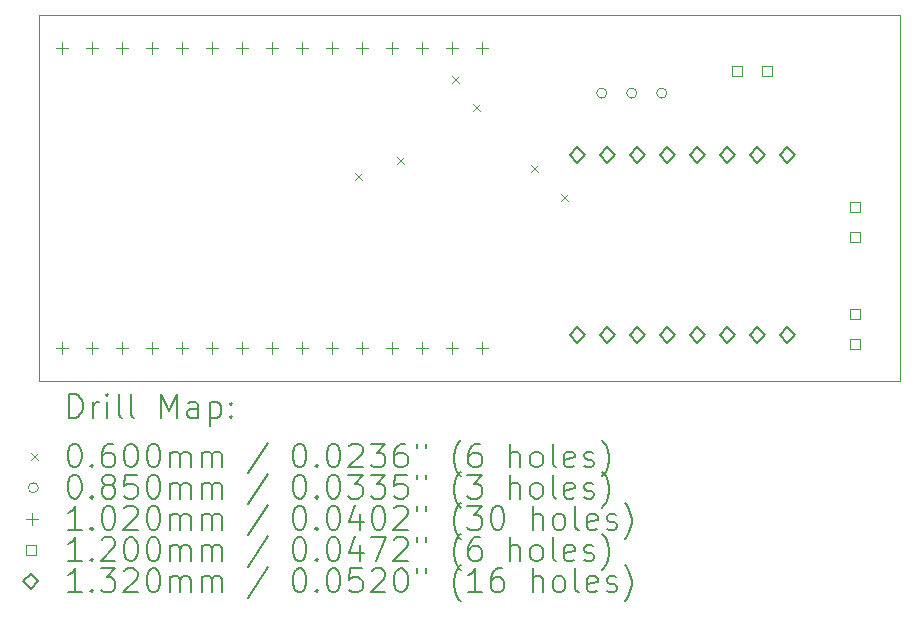
<source format=gbr>
%TF.GenerationSoftware,KiCad,Pcbnew,8.0.4*%
%TF.CreationDate,2025-02-11T11:06:42-05:00*%
%TF.ProjectId,plusle,706c7573-6c65-42e6-9b69-6361645f7063,rev?*%
%TF.SameCoordinates,Original*%
%TF.FileFunction,Drillmap*%
%TF.FilePolarity,Positive*%
%FSLAX45Y45*%
G04 Gerber Fmt 4.5, Leading zero omitted, Abs format (unit mm)*
G04 Created by KiCad (PCBNEW 8.0.4) date 2025-02-11 11:06:42*
%MOMM*%
%LPD*%
G01*
G04 APERTURE LIST*
%ADD10C,0.050000*%
%ADD11C,0.200000*%
%ADD12C,0.100000*%
%ADD13C,0.102000*%
%ADD14C,0.120000*%
%ADD15C,0.132000*%
G04 APERTURE END LIST*
D10*
X7150000Y-3550000D02*
X14440000Y-3550000D01*
X14440000Y-6650000D01*
X7150000Y-6650000D01*
X7150000Y-3550000D01*
D11*
D12*
X9830000Y-4890000D02*
X9890000Y-4950000D01*
X9890000Y-4890000D02*
X9830000Y-4950000D01*
X10185000Y-4755000D02*
X10245000Y-4815000D01*
X10245000Y-4755000D02*
X10185000Y-4815000D01*
X10650000Y-4070000D02*
X10710000Y-4130000D01*
X10710000Y-4070000D02*
X10650000Y-4130000D01*
X10830000Y-4310000D02*
X10890000Y-4370000D01*
X10890000Y-4310000D02*
X10830000Y-4370000D01*
X11320000Y-4820000D02*
X11380000Y-4880000D01*
X11380000Y-4820000D02*
X11320000Y-4880000D01*
X11570000Y-5070000D02*
X11630000Y-5130000D01*
X11630000Y-5070000D02*
X11570000Y-5130000D01*
X11959750Y-4215000D02*
G75*
G02*
X11874750Y-4215000I-42500J0D01*
G01*
X11874750Y-4215000D02*
G75*
G02*
X11959750Y-4215000I42500J0D01*
G01*
X12213750Y-4215000D02*
G75*
G02*
X12128750Y-4215000I-42500J0D01*
G01*
X12128750Y-4215000D02*
G75*
G02*
X12213750Y-4215000I42500J0D01*
G01*
X12467750Y-4215000D02*
G75*
G02*
X12382750Y-4215000I-42500J0D01*
G01*
X12382750Y-4215000D02*
G75*
G02*
X12467750Y-4215000I42500J0D01*
G01*
D13*
X7348500Y-3779000D02*
X7348500Y-3881000D01*
X7297500Y-3830000D02*
X7399500Y-3830000D01*
X7348500Y-6319000D02*
X7348500Y-6421000D01*
X7297500Y-6370000D02*
X7399500Y-6370000D01*
X7602500Y-3779000D02*
X7602500Y-3881000D01*
X7551500Y-3830000D02*
X7653500Y-3830000D01*
X7602500Y-6319000D02*
X7602500Y-6421000D01*
X7551500Y-6370000D02*
X7653500Y-6370000D01*
X7856500Y-3779000D02*
X7856500Y-3881000D01*
X7805500Y-3830000D02*
X7907500Y-3830000D01*
X7856500Y-6319000D02*
X7856500Y-6421000D01*
X7805500Y-6370000D02*
X7907500Y-6370000D01*
X8110500Y-3779000D02*
X8110500Y-3881000D01*
X8059500Y-3830000D02*
X8161500Y-3830000D01*
X8110500Y-6319000D02*
X8110500Y-6421000D01*
X8059500Y-6370000D02*
X8161500Y-6370000D01*
X8364500Y-3779000D02*
X8364500Y-3881000D01*
X8313500Y-3830000D02*
X8415500Y-3830000D01*
X8364500Y-6319000D02*
X8364500Y-6421000D01*
X8313500Y-6370000D02*
X8415500Y-6370000D01*
X8618500Y-3779000D02*
X8618500Y-3881000D01*
X8567500Y-3830000D02*
X8669500Y-3830000D01*
X8618500Y-6319000D02*
X8618500Y-6421000D01*
X8567500Y-6370000D02*
X8669500Y-6370000D01*
X8872500Y-3779000D02*
X8872500Y-3881000D01*
X8821500Y-3830000D02*
X8923500Y-3830000D01*
X8872500Y-6319000D02*
X8872500Y-6421000D01*
X8821500Y-6370000D02*
X8923500Y-6370000D01*
X9126500Y-3779000D02*
X9126500Y-3881000D01*
X9075500Y-3830000D02*
X9177500Y-3830000D01*
X9126500Y-6319000D02*
X9126500Y-6421000D01*
X9075500Y-6370000D02*
X9177500Y-6370000D01*
X9380500Y-3779000D02*
X9380500Y-3881000D01*
X9329500Y-3830000D02*
X9431500Y-3830000D01*
X9380500Y-6319000D02*
X9380500Y-6421000D01*
X9329500Y-6370000D02*
X9431500Y-6370000D01*
X9634500Y-3779000D02*
X9634500Y-3881000D01*
X9583500Y-3830000D02*
X9685500Y-3830000D01*
X9634500Y-6319000D02*
X9634500Y-6421000D01*
X9583500Y-6370000D02*
X9685500Y-6370000D01*
X9888500Y-3779000D02*
X9888500Y-3881000D01*
X9837500Y-3830000D02*
X9939500Y-3830000D01*
X9888500Y-6319000D02*
X9888500Y-6421000D01*
X9837500Y-6370000D02*
X9939500Y-6370000D01*
X10142500Y-3779000D02*
X10142500Y-3881000D01*
X10091500Y-3830000D02*
X10193500Y-3830000D01*
X10142500Y-6319000D02*
X10142500Y-6421000D01*
X10091500Y-6370000D02*
X10193500Y-6370000D01*
X10396500Y-3779000D02*
X10396500Y-3881000D01*
X10345500Y-3830000D02*
X10447500Y-3830000D01*
X10396500Y-6319000D02*
X10396500Y-6421000D01*
X10345500Y-6370000D02*
X10447500Y-6370000D01*
X10650500Y-3779000D02*
X10650500Y-3881000D01*
X10599500Y-3830000D02*
X10701500Y-3830000D01*
X10650500Y-6319000D02*
X10650500Y-6421000D01*
X10599500Y-6370000D02*
X10701500Y-6370000D01*
X10904500Y-3779000D02*
X10904500Y-3881000D01*
X10853500Y-3830000D02*
X10955500Y-3830000D01*
X10904500Y-6319000D02*
X10904500Y-6421000D01*
X10853500Y-6370000D02*
X10955500Y-6370000D01*
D14*
X13102427Y-4072427D02*
X13102427Y-3987573D01*
X13017573Y-3987573D01*
X13017573Y-4072427D01*
X13102427Y-4072427D01*
X13356427Y-4072427D02*
X13356427Y-3987573D01*
X13271573Y-3987573D01*
X13271573Y-4072427D01*
X13356427Y-4072427D01*
X14107427Y-5224927D02*
X14107427Y-5140073D01*
X14022573Y-5140073D01*
X14022573Y-5224927D01*
X14107427Y-5224927D01*
X14107427Y-5478927D02*
X14107427Y-5394073D01*
X14022573Y-5394073D01*
X14022573Y-5478927D01*
X14107427Y-5478927D01*
X14107427Y-6124927D02*
X14107427Y-6040073D01*
X14022573Y-6040073D01*
X14022573Y-6124927D01*
X14107427Y-6124927D01*
X14107427Y-6378927D02*
X14107427Y-6294073D01*
X14022573Y-6294073D01*
X14022573Y-6378927D01*
X14107427Y-6378927D01*
D15*
X11711000Y-4804000D02*
X11777000Y-4738000D01*
X11711000Y-4672000D01*
X11645000Y-4738000D01*
X11711000Y-4804000D01*
X11711000Y-6328000D02*
X11777000Y-6262000D01*
X11711000Y-6196000D01*
X11645000Y-6262000D01*
X11711000Y-6328000D01*
X11965000Y-4804000D02*
X12031000Y-4738000D01*
X11965000Y-4672000D01*
X11899000Y-4738000D01*
X11965000Y-4804000D01*
X11965000Y-6328000D02*
X12031000Y-6262000D01*
X11965000Y-6196000D01*
X11899000Y-6262000D01*
X11965000Y-6328000D01*
X12219000Y-4804000D02*
X12285000Y-4738000D01*
X12219000Y-4672000D01*
X12153000Y-4738000D01*
X12219000Y-4804000D01*
X12219000Y-6328000D02*
X12285000Y-6262000D01*
X12219000Y-6196000D01*
X12153000Y-6262000D01*
X12219000Y-6328000D01*
X12473000Y-4804000D02*
X12539000Y-4738000D01*
X12473000Y-4672000D01*
X12407000Y-4738000D01*
X12473000Y-4804000D01*
X12473000Y-6328000D02*
X12539000Y-6262000D01*
X12473000Y-6196000D01*
X12407000Y-6262000D01*
X12473000Y-6328000D01*
X12727000Y-4804000D02*
X12793000Y-4738000D01*
X12727000Y-4672000D01*
X12661000Y-4738000D01*
X12727000Y-4804000D01*
X12727000Y-6328000D02*
X12793000Y-6262000D01*
X12727000Y-6196000D01*
X12661000Y-6262000D01*
X12727000Y-6328000D01*
X12981000Y-4804000D02*
X13047000Y-4738000D01*
X12981000Y-4672000D01*
X12915000Y-4738000D01*
X12981000Y-4804000D01*
X12981000Y-6328000D02*
X13047000Y-6262000D01*
X12981000Y-6196000D01*
X12915000Y-6262000D01*
X12981000Y-6328000D01*
X13235000Y-4804000D02*
X13301000Y-4738000D01*
X13235000Y-4672000D01*
X13169000Y-4738000D01*
X13235000Y-4804000D01*
X13235000Y-6328000D02*
X13301000Y-6262000D01*
X13235000Y-6196000D01*
X13169000Y-6262000D01*
X13235000Y-6328000D01*
X13489000Y-4804000D02*
X13555000Y-4738000D01*
X13489000Y-4672000D01*
X13423000Y-4738000D01*
X13489000Y-4804000D01*
X13489000Y-6328000D02*
X13555000Y-6262000D01*
X13489000Y-6196000D01*
X13423000Y-6262000D01*
X13489000Y-6328000D01*
D11*
X7408277Y-6963984D02*
X7408277Y-6763984D01*
X7408277Y-6763984D02*
X7455896Y-6763984D01*
X7455896Y-6763984D02*
X7484467Y-6773508D01*
X7484467Y-6773508D02*
X7503515Y-6792555D01*
X7503515Y-6792555D02*
X7513039Y-6811603D01*
X7513039Y-6811603D02*
X7522562Y-6849698D01*
X7522562Y-6849698D02*
X7522562Y-6878269D01*
X7522562Y-6878269D02*
X7513039Y-6916365D01*
X7513039Y-6916365D02*
X7503515Y-6935412D01*
X7503515Y-6935412D02*
X7484467Y-6954460D01*
X7484467Y-6954460D02*
X7455896Y-6963984D01*
X7455896Y-6963984D02*
X7408277Y-6963984D01*
X7608277Y-6963984D02*
X7608277Y-6830650D01*
X7608277Y-6868746D02*
X7617801Y-6849698D01*
X7617801Y-6849698D02*
X7627324Y-6840174D01*
X7627324Y-6840174D02*
X7646372Y-6830650D01*
X7646372Y-6830650D02*
X7665420Y-6830650D01*
X7732086Y-6963984D02*
X7732086Y-6830650D01*
X7732086Y-6763984D02*
X7722562Y-6773508D01*
X7722562Y-6773508D02*
X7732086Y-6783031D01*
X7732086Y-6783031D02*
X7741610Y-6773508D01*
X7741610Y-6773508D02*
X7732086Y-6763984D01*
X7732086Y-6763984D02*
X7732086Y-6783031D01*
X7855896Y-6963984D02*
X7836848Y-6954460D01*
X7836848Y-6954460D02*
X7827324Y-6935412D01*
X7827324Y-6935412D02*
X7827324Y-6763984D01*
X7960658Y-6963984D02*
X7941610Y-6954460D01*
X7941610Y-6954460D02*
X7932086Y-6935412D01*
X7932086Y-6935412D02*
X7932086Y-6763984D01*
X8189229Y-6963984D02*
X8189229Y-6763984D01*
X8189229Y-6763984D02*
X8255896Y-6906841D01*
X8255896Y-6906841D02*
X8322562Y-6763984D01*
X8322562Y-6763984D02*
X8322562Y-6963984D01*
X8503515Y-6963984D02*
X8503515Y-6859222D01*
X8503515Y-6859222D02*
X8493991Y-6840174D01*
X8493991Y-6840174D02*
X8474944Y-6830650D01*
X8474944Y-6830650D02*
X8436848Y-6830650D01*
X8436848Y-6830650D02*
X8417801Y-6840174D01*
X8503515Y-6954460D02*
X8484467Y-6963984D01*
X8484467Y-6963984D02*
X8436848Y-6963984D01*
X8436848Y-6963984D02*
X8417801Y-6954460D01*
X8417801Y-6954460D02*
X8408277Y-6935412D01*
X8408277Y-6935412D02*
X8408277Y-6916365D01*
X8408277Y-6916365D02*
X8417801Y-6897317D01*
X8417801Y-6897317D02*
X8436848Y-6887793D01*
X8436848Y-6887793D02*
X8484467Y-6887793D01*
X8484467Y-6887793D02*
X8503515Y-6878269D01*
X8598753Y-6830650D02*
X8598753Y-7030650D01*
X8598753Y-6840174D02*
X8617801Y-6830650D01*
X8617801Y-6830650D02*
X8655896Y-6830650D01*
X8655896Y-6830650D02*
X8674944Y-6840174D01*
X8674944Y-6840174D02*
X8684467Y-6849698D01*
X8684467Y-6849698D02*
X8693991Y-6868746D01*
X8693991Y-6868746D02*
X8693991Y-6925888D01*
X8693991Y-6925888D02*
X8684467Y-6944936D01*
X8684467Y-6944936D02*
X8674944Y-6954460D01*
X8674944Y-6954460D02*
X8655896Y-6963984D01*
X8655896Y-6963984D02*
X8617801Y-6963984D01*
X8617801Y-6963984D02*
X8598753Y-6954460D01*
X8779705Y-6944936D02*
X8789229Y-6954460D01*
X8789229Y-6954460D02*
X8779705Y-6963984D01*
X8779705Y-6963984D02*
X8770182Y-6954460D01*
X8770182Y-6954460D02*
X8779705Y-6944936D01*
X8779705Y-6944936D02*
X8779705Y-6963984D01*
X8779705Y-6840174D02*
X8789229Y-6849698D01*
X8789229Y-6849698D02*
X8779705Y-6859222D01*
X8779705Y-6859222D02*
X8770182Y-6849698D01*
X8770182Y-6849698D02*
X8779705Y-6840174D01*
X8779705Y-6840174D02*
X8779705Y-6859222D01*
D12*
X7087500Y-7262500D02*
X7147500Y-7322500D01*
X7147500Y-7262500D02*
X7087500Y-7322500D01*
D11*
X7446372Y-7183984D02*
X7465420Y-7183984D01*
X7465420Y-7183984D02*
X7484467Y-7193508D01*
X7484467Y-7193508D02*
X7493991Y-7203031D01*
X7493991Y-7203031D02*
X7503515Y-7222079D01*
X7503515Y-7222079D02*
X7513039Y-7260174D01*
X7513039Y-7260174D02*
X7513039Y-7307793D01*
X7513039Y-7307793D02*
X7503515Y-7345888D01*
X7503515Y-7345888D02*
X7493991Y-7364936D01*
X7493991Y-7364936D02*
X7484467Y-7374460D01*
X7484467Y-7374460D02*
X7465420Y-7383984D01*
X7465420Y-7383984D02*
X7446372Y-7383984D01*
X7446372Y-7383984D02*
X7427324Y-7374460D01*
X7427324Y-7374460D02*
X7417801Y-7364936D01*
X7417801Y-7364936D02*
X7408277Y-7345888D01*
X7408277Y-7345888D02*
X7398753Y-7307793D01*
X7398753Y-7307793D02*
X7398753Y-7260174D01*
X7398753Y-7260174D02*
X7408277Y-7222079D01*
X7408277Y-7222079D02*
X7417801Y-7203031D01*
X7417801Y-7203031D02*
X7427324Y-7193508D01*
X7427324Y-7193508D02*
X7446372Y-7183984D01*
X7598753Y-7364936D02*
X7608277Y-7374460D01*
X7608277Y-7374460D02*
X7598753Y-7383984D01*
X7598753Y-7383984D02*
X7589229Y-7374460D01*
X7589229Y-7374460D02*
X7598753Y-7364936D01*
X7598753Y-7364936D02*
X7598753Y-7383984D01*
X7779705Y-7183984D02*
X7741610Y-7183984D01*
X7741610Y-7183984D02*
X7722562Y-7193508D01*
X7722562Y-7193508D02*
X7713039Y-7203031D01*
X7713039Y-7203031D02*
X7693991Y-7231603D01*
X7693991Y-7231603D02*
X7684467Y-7269698D01*
X7684467Y-7269698D02*
X7684467Y-7345888D01*
X7684467Y-7345888D02*
X7693991Y-7364936D01*
X7693991Y-7364936D02*
X7703515Y-7374460D01*
X7703515Y-7374460D02*
X7722562Y-7383984D01*
X7722562Y-7383984D02*
X7760658Y-7383984D01*
X7760658Y-7383984D02*
X7779705Y-7374460D01*
X7779705Y-7374460D02*
X7789229Y-7364936D01*
X7789229Y-7364936D02*
X7798753Y-7345888D01*
X7798753Y-7345888D02*
X7798753Y-7298269D01*
X7798753Y-7298269D02*
X7789229Y-7279222D01*
X7789229Y-7279222D02*
X7779705Y-7269698D01*
X7779705Y-7269698D02*
X7760658Y-7260174D01*
X7760658Y-7260174D02*
X7722562Y-7260174D01*
X7722562Y-7260174D02*
X7703515Y-7269698D01*
X7703515Y-7269698D02*
X7693991Y-7279222D01*
X7693991Y-7279222D02*
X7684467Y-7298269D01*
X7922562Y-7183984D02*
X7941610Y-7183984D01*
X7941610Y-7183984D02*
X7960658Y-7193508D01*
X7960658Y-7193508D02*
X7970182Y-7203031D01*
X7970182Y-7203031D02*
X7979705Y-7222079D01*
X7979705Y-7222079D02*
X7989229Y-7260174D01*
X7989229Y-7260174D02*
X7989229Y-7307793D01*
X7989229Y-7307793D02*
X7979705Y-7345888D01*
X7979705Y-7345888D02*
X7970182Y-7364936D01*
X7970182Y-7364936D02*
X7960658Y-7374460D01*
X7960658Y-7374460D02*
X7941610Y-7383984D01*
X7941610Y-7383984D02*
X7922562Y-7383984D01*
X7922562Y-7383984D02*
X7903515Y-7374460D01*
X7903515Y-7374460D02*
X7893991Y-7364936D01*
X7893991Y-7364936D02*
X7884467Y-7345888D01*
X7884467Y-7345888D02*
X7874943Y-7307793D01*
X7874943Y-7307793D02*
X7874943Y-7260174D01*
X7874943Y-7260174D02*
X7884467Y-7222079D01*
X7884467Y-7222079D02*
X7893991Y-7203031D01*
X7893991Y-7203031D02*
X7903515Y-7193508D01*
X7903515Y-7193508D02*
X7922562Y-7183984D01*
X8113039Y-7183984D02*
X8132086Y-7183984D01*
X8132086Y-7183984D02*
X8151134Y-7193508D01*
X8151134Y-7193508D02*
X8160658Y-7203031D01*
X8160658Y-7203031D02*
X8170182Y-7222079D01*
X8170182Y-7222079D02*
X8179705Y-7260174D01*
X8179705Y-7260174D02*
X8179705Y-7307793D01*
X8179705Y-7307793D02*
X8170182Y-7345888D01*
X8170182Y-7345888D02*
X8160658Y-7364936D01*
X8160658Y-7364936D02*
X8151134Y-7374460D01*
X8151134Y-7374460D02*
X8132086Y-7383984D01*
X8132086Y-7383984D02*
X8113039Y-7383984D01*
X8113039Y-7383984D02*
X8093991Y-7374460D01*
X8093991Y-7374460D02*
X8084467Y-7364936D01*
X8084467Y-7364936D02*
X8074943Y-7345888D01*
X8074943Y-7345888D02*
X8065420Y-7307793D01*
X8065420Y-7307793D02*
X8065420Y-7260174D01*
X8065420Y-7260174D02*
X8074943Y-7222079D01*
X8074943Y-7222079D02*
X8084467Y-7203031D01*
X8084467Y-7203031D02*
X8093991Y-7193508D01*
X8093991Y-7193508D02*
X8113039Y-7183984D01*
X8265420Y-7383984D02*
X8265420Y-7250650D01*
X8265420Y-7269698D02*
X8274943Y-7260174D01*
X8274943Y-7260174D02*
X8293991Y-7250650D01*
X8293991Y-7250650D02*
X8322563Y-7250650D01*
X8322563Y-7250650D02*
X8341610Y-7260174D01*
X8341610Y-7260174D02*
X8351134Y-7279222D01*
X8351134Y-7279222D02*
X8351134Y-7383984D01*
X8351134Y-7279222D02*
X8360658Y-7260174D01*
X8360658Y-7260174D02*
X8379705Y-7250650D01*
X8379705Y-7250650D02*
X8408277Y-7250650D01*
X8408277Y-7250650D02*
X8427325Y-7260174D01*
X8427325Y-7260174D02*
X8436848Y-7279222D01*
X8436848Y-7279222D02*
X8436848Y-7383984D01*
X8532086Y-7383984D02*
X8532086Y-7250650D01*
X8532086Y-7269698D02*
X8541610Y-7260174D01*
X8541610Y-7260174D02*
X8560658Y-7250650D01*
X8560658Y-7250650D02*
X8589229Y-7250650D01*
X8589229Y-7250650D02*
X8608277Y-7260174D01*
X8608277Y-7260174D02*
X8617801Y-7279222D01*
X8617801Y-7279222D02*
X8617801Y-7383984D01*
X8617801Y-7279222D02*
X8627325Y-7260174D01*
X8627325Y-7260174D02*
X8646372Y-7250650D01*
X8646372Y-7250650D02*
X8674944Y-7250650D01*
X8674944Y-7250650D02*
X8693991Y-7260174D01*
X8693991Y-7260174D02*
X8703515Y-7279222D01*
X8703515Y-7279222D02*
X8703515Y-7383984D01*
X9093991Y-7174460D02*
X8922563Y-7431603D01*
X9351134Y-7183984D02*
X9370182Y-7183984D01*
X9370182Y-7183984D02*
X9389229Y-7193508D01*
X9389229Y-7193508D02*
X9398753Y-7203031D01*
X9398753Y-7203031D02*
X9408277Y-7222079D01*
X9408277Y-7222079D02*
X9417801Y-7260174D01*
X9417801Y-7260174D02*
X9417801Y-7307793D01*
X9417801Y-7307793D02*
X9408277Y-7345888D01*
X9408277Y-7345888D02*
X9398753Y-7364936D01*
X9398753Y-7364936D02*
X9389229Y-7374460D01*
X9389229Y-7374460D02*
X9370182Y-7383984D01*
X9370182Y-7383984D02*
X9351134Y-7383984D01*
X9351134Y-7383984D02*
X9332087Y-7374460D01*
X9332087Y-7374460D02*
X9322563Y-7364936D01*
X9322563Y-7364936D02*
X9313039Y-7345888D01*
X9313039Y-7345888D02*
X9303515Y-7307793D01*
X9303515Y-7307793D02*
X9303515Y-7260174D01*
X9303515Y-7260174D02*
X9313039Y-7222079D01*
X9313039Y-7222079D02*
X9322563Y-7203031D01*
X9322563Y-7203031D02*
X9332087Y-7193508D01*
X9332087Y-7193508D02*
X9351134Y-7183984D01*
X9503515Y-7364936D02*
X9513039Y-7374460D01*
X9513039Y-7374460D02*
X9503515Y-7383984D01*
X9503515Y-7383984D02*
X9493991Y-7374460D01*
X9493991Y-7374460D02*
X9503515Y-7364936D01*
X9503515Y-7364936D02*
X9503515Y-7383984D01*
X9636848Y-7183984D02*
X9655896Y-7183984D01*
X9655896Y-7183984D02*
X9674944Y-7193508D01*
X9674944Y-7193508D02*
X9684468Y-7203031D01*
X9684468Y-7203031D02*
X9693991Y-7222079D01*
X9693991Y-7222079D02*
X9703515Y-7260174D01*
X9703515Y-7260174D02*
X9703515Y-7307793D01*
X9703515Y-7307793D02*
X9693991Y-7345888D01*
X9693991Y-7345888D02*
X9684468Y-7364936D01*
X9684468Y-7364936D02*
X9674944Y-7374460D01*
X9674944Y-7374460D02*
X9655896Y-7383984D01*
X9655896Y-7383984D02*
X9636848Y-7383984D01*
X9636848Y-7383984D02*
X9617801Y-7374460D01*
X9617801Y-7374460D02*
X9608277Y-7364936D01*
X9608277Y-7364936D02*
X9598753Y-7345888D01*
X9598753Y-7345888D02*
X9589229Y-7307793D01*
X9589229Y-7307793D02*
X9589229Y-7260174D01*
X9589229Y-7260174D02*
X9598753Y-7222079D01*
X9598753Y-7222079D02*
X9608277Y-7203031D01*
X9608277Y-7203031D02*
X9617801Y-7193508D01*
X9617801Y-7193508D02*
X9636848Y-7183984D01*
X9779706Y-7203031D02*
X9789229Y-7193508D01*
X9789229Y-7193508D02*
X9808277Y-7183984D01*
X9808277Y-7183984D02*
X9855896Y-7183984D01*
X9855896Y-7183984D02*
X9874944Y-7193508D01*
X9874944Y-7193508D02*
X9884468Y-7203031D01*
X9884468Y-7203031D02*
X9893991Y-7222079D01*
X9893991Y-7222079D02*
X9893991Y-7241127D01*
X9893991Y-7241127D02*
X9884468Y-7269698D01*
X9884468Y-7269698D02*
X9770182Y-7383984D01*
X9770182Y-7383984D02*
X9893991Y-7383984D01*
X9960658Y-7183984D02*
X10084468Y-7183984D01*
X10084468Y-7183984D02*
X10017801Y-7260174D01*
X10017801Y-7260174D02*
X10046372Y-7260174D01*
X10046372Y-7260174D02*
X10065420Y-7269698D01*
X10065420Y-7269698D02*
X10074944Y-7279222D01*
X10074944Y-7279222D02*
X10084468Y-7298269D01*
X10084468Y-7298269D02*
X10084468Y-7345888D01*
X10084468Y-7345888D02*
X10074944Y-7364936D01*
X10074944Y-7364936D02*
X10065420Y-7374460D01*
X10065420Y-7374460D02*
X10046372Y-7383984D01*
X10046372Y-7383984D02*
X9989229Y-7383984D01*
X9989229Y-7383984D02*
X9970182Y-7374460D01*
X9970182Y-7374460D02*
X9960658Y-7364936D01*
X10255896Y-7183984D02*
X10217801Y-7183984D01*
X10217801Y-7183984D02*
X10198753Y-7193508D01*
X10198753Y-7193508D02*
X10189229Y-7203031D01*
X10189229Y-7203031D02*
X10170182Y-7231603D01*
X10170182Y-7231603D02*
X10160658Y-7269698D01*
X10160658Y-7269698D02*
X10160658Y-7345888D01*
X10160658Y-7345888D02*
X10170182Y-7364936D01*
X10170182Y-7364936D02*
X10179706Y-7374460D01*
X10179706Y-7374460D02*
X10198753Y-7383984D01*
X10198753Y-7383984D02*
X10236849Y-7383984D01*
X10236849Y-7383984D02*
X10255896Y-7374460D01*
X10255896Y-7374460D02*
X10265420Y-7364936D01*
X10265420Y-7364936D02*
X10274944Y-7345888D01*
X10274944Y-7345888D02*
X10274944Y-7298269D01*
X10274944Y-7298269D02*
X10265420Y-7279222D01*
X10265420Y-7279222D02*
X10255896Y-7269698D01*
X10255896Y-7269698D02*
X10236849Y-7260174D01*
X10236849Y-7260174D02*
X10198753Y-7260174D01*
X10198753Y-7260174D02*
X10179706Y-7269698D01*
X10179706Y-7269698D02*
X10170182Y-7279222D01*
X10170182Y-7279222D02*
X10160658Y-7298269D01*
X10351134Y-7183984D02*
X10351134Y-7222079D01*
X10427325Y-7183984D02*
X10427325Y-7222079D01*
X10722563Y-7460174D02*
X10713039Y-7450650D01*
X10713039Y-7450650D02*
X10693991Y-7422079D01*
X10693991Y-7422079D02*
X10684468Y-7403031D01*
X10684468Y-7403031D02*
X10674944Y-7374460D01*
X10674944Y-7374460D02*
X10665420Y-7326841D01*
X10665420Y-7326841D02*
X10665420Y-7288746D01*
X10665420Y-7288746D02*
X10674944Y-7241127D01*
X10674944Y-7241127D02*
X10684468Y-7212555D01*
X10684468Y-7212555D02*
X10693991Y-7193508D01*
X10693991Y-7193508D02*
X10713039Y-7164936D01*
X10713039Y-7164936D02*
X10722563Y-7155412D01*
X10884468Y-7183984D02*
X10846372Y-7183984D01*
X10846372Y-7183984D02*
X10827325Y-7193508D01*
X10827325Y-7193508D02*
X10817801Y-7203031D01*
X10817801Y-7203031D02*
X10798753Y-7231603D01*
X10798753Y-7231603D02*
X10789230Y-7269698D01*
X10789230Y-7269698D02*
X10789230Y-7345888D01*
X10789230Y-7345888D02*
X10798753Y-7364936D01*
X10798753Y-7364936D02*
X10808277Y-7374460D01*
X10808277Y-7374460D02*
X10827325Y-7383984D01*
X10827325Y-7383984D02*
X10865420Y-7383984D01*
X10865420Y-7383984D02*
X10884468Y-7374460D01*
X10884468Y-7374460D02*
X10893991Y-7364936D01*
X10893991Y-7364936D02*
X10903515Y-7345888D01*
X10903515Y-7345888D02*
X10903515Y-7298269D01*
X10903515Y-7298269D02*
X10893991Y-7279222D01*
X10893991Y-7279222D02*
X10884468Y-7269698D01*
X10884468Y-7269698D02*
X10865420Y-7260174D01*
X10865420Y-7260174D02*
X10827325Y-7260174D01*
X10827325Y-7260174D02*
X10808277Y-7269698D01*
X10808277Y-7269698D02*
X10798753Y-7279222D01*
X10798753Y-7279222D02*
X10789230Y-7298269D01*
X11141611Y-7383984D02*
X11141611Y-7183984D01*
X11227325Y-7383984D02*
X11227325Y-7279222D01*
X11227325Y-7279222D02*
X11217801Y-7260174D01*
X11217801Y-7260174D02*
X11198753Y-7250650D01*
X11198753Y-7250650D02*
X11170182Y-7250650D01*
X11170182Y-7250650D02*
X11151134Y-7260174D01*
X11151134Y-7260174D02*
X11141611Y-7269698D01*
X11351134Y-7383984D02*
X11332087Y-7374460D01*
X11332087Y-7374460D02*
X11322563Y-7364936D01*
X11322563Y-7364936D02*
X11313039Y-7345888D01*
X11313039Y-7345888D02*
X11313039Y-7288746D01*
X11313039Y-7288746D02*
X11322563Y-7269698D01*
X11322563Y-7269698D02*
X11332087Y-7260174D01*
X11332087Y-7260174D02*
X11351134Y-7250650D01*
X11351134Y-7250650D02*
X11379706Y-7250650D01*
X11379706Y-7250650D02*
X11398753Y-7260174D01*
X11398753Y-7260174D02*
X11408277Y-7269698D01*
X11408277Y-7269698D02*
X11417801Y-7288746D01*
X11417801Y-7288746D02*
X11417801Y-7345888D01*
X11417801Y-7345888D02*
X11408277Y-7364936D01*
X11408277Y-7364936D02*
X11398753Y-7374460D01*
X11398753Y-7374460D02*
X11379706Y-7383984D01*
X11379706Y-7383984D02*
X11351134Y-7383984D01*
X11532087Y-7383984D02*
X11513039Y-7374460D01*
X11513039Y-7374460D02*
X11503515Y-7355412D01*
X11503515Y-7355412D02*
X11503515Y-7183984D01*
X11684468Y-7374460D02*
X11665420Y-7383984D01*
X11665420Y-7383984D02*
X11627325Y-7383984D01*
X11627325Y-7383984D02*
X11608277Y-7374460D01*
X11608277Y-7374460D02*
X11598753Y-7355412D01*
X11598753Y-7355412D02*
X11598753Y-7279222D01*
X11598753Y-7279222D02*
X11608277Y-7260174D01*
X11608277Y-7260174D02*
X11627325Y-7250650D01*
X11627325Y-7250650D02*
X11665420Y-7250650D01*
X11665420Y-7250650D02*
X11684468Y-7260174D01*
X11684468Y-7260174D02*
X11693991Y-7279222D01*
X11693991Y-7279222D02*
X11693991Y-7298269D01*
X11693991Y-7298269D02*
X11598753Y-7317317D01*
X11770182Y-7374460D02*
X11789230Y-7383984D01*
X11789230Y-7383984D02*
X11827325Y-7383984D01*
X11827325Y-7383984D02*
X11846372Y-7374460D01*
X11846372Y-7374460D02*
X11855896Y-7355412D01*
X11855896Y-7355412D02*
X11855896Y-7345888D01*
X11855896Y-7345888D02*
X11846372Y-7326841D01*
X11846372Y-7326841D02*
X11827325Y-7317317D01*
X11827325Y-7317317D02*
X11798753Y-7317317D01*
X11798753Y-7317317D02*
X11779706Y-7307793D01*
X11779706Y-7307793D02*
X11770182Y-7288746D01*
X11770182Y-7288746D02*
X11770182Y-7279222D01*
X11770182Y-7279222D02*
X11779706Y-7260174D01*
X11779706Y-7260174D02*
X11798753Y-7250650D01*
X11798753Y-7250650D02*
X11827325Y-7250650D01*
X11827325Y-7250650D02*
X11846372Y-7260174D01*
X11922563Y-7460174D02*
X11932087Y-7450650D01*
X11932087Y-7450650D02*
X11951134Y-7422079D01*
X11951134Y-7422079D02*
X11960658Y-7403031D01*
X11960658Y-7403031D02*
X11970182Y-7374460D01*
X11970182Y-7374460D02*
X11979706Y-7326841D01*
X11979706Y-7326841D02*
X11979706Y-7288746D01*
X11979706Y-7288746D02*
X11970182Y-7241127D01*
X11970182Y-7241127D02*
X11960658Y-7212555D01*
X11960658Y-7212555D02*
X11951134Y-7193508D01*
X11951134Y-7193508D02*
X11932087Y-7164936D01*
X11932087Y-7164936D02*
X11922563Y-7155412D01*
D12*
X7147500Y-7556500D02*
G75*
G02*
X7062500Y-7556500I-42500J0D01*
G01*
X7062500Y-7556500D02*
G75*
G02*
X7147500Y-7556500I42500J0D01*
G01*
D11*
X7446372Y-7447984D02*
X7465420Y-7447984D01*
X7465420Y-7447984D02*
X7484467Y-7457508D01*
X7484467Y-7457508D02*
X7493991Y-7467031D01*
X7493991Y-7467031D02*
X7503515Y-7486079D01*
X7503515Y-7486079D02*
X7513039Y-7524174D01*
X7513039Y-7524174D02*
X7513039Y-7571793D01*
X7513039Y-7571793D02*
X7503515Y-7609888D01*
X7503515Y-7609888D02*
X7493991Y-7628936D01*
X7493991Y-7628936D02*
X7484467Y-7638460D01*
X7484467Y-7638460D02*
X7465420Y-7647984D01*
X7465420Y-7647984D02*
X7446372Y-7647984D01*
X7446372Y-7647984D02*
X7427324Y-7638460D01*
X7427324Y-7638460D02*
X7417801Y-7628936D01*
X7417801Y-7628936D02*
X7408277Y-7609888D01*
X7408277Y-7609888D02*
X7398753Y-7571793D01*
X7398753Y-7571793D02*
X7398753Y-7524174D01*
X7398753Y-7524174D02*
X7408277Y-7486079D01*
X7408277Y-7486079D02*
X7417801Y-7467031D01*
X7417801Y-7467031D02*
X7427324Y-7457508D01*
X7427324Y-7457508D02*
X7446372Y-7447984D01*
X7598753Y-7628936D02*
X7608277Y-7638460D01*
X7608277Y-7638460D02*
X7598753Y-7647984D01*
X7598753Y-7647984D02*
X7589229Y-7638460D01*
X7589229Y-7638460D02*
X7598753Y-7628936D01*
X7598753Y-7628936D02*
X7598753Y-7647984D01*
X7722562Y-7533698D02*
X7703515Y-7524174D01*
X7703515Y-7524174D02*
X7693991Y-7514650D01*
X7693991Y-7514650D02*
X7684467Y-7495603D01*
X7684467Y-7495603D02*
X7684467Y-7486079D01*
X7684467Y-7486079D02*
X7693991Y-7467031D01*
X7693991Y-7467031D02*
X7703515Y-7457508D01*
X7703515Y-7457508D02*
X7722562Y-7447984D01*
X7722562Y-7447984D02*
X7760658Y-7447984D01*
X7760658Y-7447984D02*
X7779705Y-7457508D01*
X7779705Y-7457508D02*
X7789229Y-7467031D01*
X7789229Y-7467031D02*
X7798753Y-7486079D01*
X7798753Y-7486079D02*
X7798753Y-7495603D01*
X7798753Y-7495603D02*
X7789229Y-7514650D01*
X7789229Y-7514650D02*
X7779705Y-7524174D01*
X7779705Y-7524174D02*
X7760658Y-7533698D01*
X7760658Y-7533698D02*
X7722562Y-7533698D01*
X7722562Y-7533698D02*
X7703515Y-7543222D01*
X7703515Y-7543222D02*
X7693991Y-7552746D01*
X7693991Y-7552746D02*
X7684467Y-7571793D01*
X7684467Y-7571793D02*
X7684467Y-7609888D01*
X7684467Y-7609888D02*
X7693991Y-7628936D01*
X7693991Y-7628936D02*
X7703515Y-7638460D01*
X7703515Y-7638460D02*
X7722562Y-7647984D01*
X7722562Y-7647984D02*
X7760658Y-7647984D01*
X7760658Y-7647984D02*
X7779705Y-7638460D01*
X7779705Y-7638460D02*
X7789229Y-7628936D01*
X7789229Y-7628936D02*
X7798753Y-7609888D01*
X7798753Y-7609888D02*
X7798753Y-7571793D01*
X7798753Y-7571793D02*
X7789229Y-7552746D01*
X7789229Y-7552746D02*
X7779705Y-7543222D01*
X7779705Y-7543222D02*
X7760658Y-7533698D01*
X7979705Y-7447984D02*
X7884467Y-7447984D01*
X7884467Y-7447984D02*
X7874943Y-7543222D01*
X7874943Y-7543222D02*
X7884467Y-7533698D01*
X7884467Y-7533698D02*
X7903515Y-7524174D01*
X7903515Y-7524174D02*
X7951134Y-7524174D01*
X7951134Y-7524174D02*
X7970182Y-7533698D01*
X7970182Y-7533698D02*
X7979705Y-7543222D01*
X7979705Y-7543222D02*
X7989229Y-7562269D01*
X7989229Y-7562269D02*
X7989229Y-7609888D01*
X7989229Y-7609888D02*
X7979705Y-7628936D01*
X7979705Y-7628936D02*
X7970182Y-7638460D01*
X7970182Y-7638460D02*
X7951134Y-7647984D01*
X7951134Y-7647984D02*
X7903515Y-7647984D01*
X7903515Y-7647984D02*
X7884467Y-7638460D01*
X7884467Y-7638460D02*
X7874943Y-7628936D01*
X8113039Y-7447984D02*
X8132086Y-7447984D01*
X8132086Y-7447984D02*
X8151134Y-7457508D01*
X8151134Y-7457508D02*
X8160658Y-7467031D01*
X8160658Y-7467031D02*
X8170182Y-7486079D01*
X8170182Y-7486079D02*
X8179705Y-7524174D01*
X8179705Y-7524174D02*
X8179705Y-7571793D01*
X8179705Y-7571793D02*
X8170182Y-7609888D01*
X8170182Y-7609888D02*
X8160658Y-7628936D01*
X8160658Y-7628936D02*
X8151134Y-7638460D01*
X8151134Y-7638460D02*
X8132086Y-7647984D01*
X8132086Y-7647984D02*
X8113039Y-7647984D01*
X8113039Y-7647984D02*
X8093991Y-7638460D01*
X8093991Y-7638460D02*
X8084467Y-7628936D01*
X8084467Y-7628936D02*
X8074943Y-7609888D01*
X8074943Y-7609888D02*
X8065420Y-7571793D01*
X8065420Y-7571793D02*
X8065420Y-7524174D01*
X8065420Y-7524174D02*
X8074943Y-7486079D01*
X8074943Y-7486079D02*
X8084467Y-7467031D01*
X8084467Y-7467031D02*
X8093991Y-7457508D01*
X8093991Y-7457508D02*
X8113039Y-7447984D01*
X8265420Y-7647984D02*
X8265420Y-7514650D01*
X8265420Y-7533698D02*
X8274943Y-7524174D01*
X8274943Y-7524174D02*
X8293991Y-7514650D01*
X8293991Y-7514650D02*
X8322563Y-7514650D01*
X8322563Y-7514650D02*
X8341610Y-7524174D01*
X8341610Y-7524174D02*
X8351134Y-7543222D01*
X8351134Y-7543222D02*
X8351134Y-7647984D01*
X8351134Y-7543222D02*
X8360658Y-7524174D01*
X8360658Y-7524174D02*
X8379705Y-7514650D01*
X8379705Y-7514650D02*
X8408277Y-7514650D01*
X8408277Y-7514650D02*
X8427325Y-7524174D01*
X8427325Y-7524174D02*
X8436848Y-7543222D01*
X8436848Y-7543222D02*
X8436848Y-7647984D01*
X8532086Y-7647984D02*
X8532086Y-7514650D01*
X8532086Y-7533698D02*
X8541610Y-7524174D01*
X8541610Y-7524174D02*
X8560658Y-7514650D01*
X8560658Y-7514650D02*
X8589229Y-7514650D01*
X8589229Y-7514650D02*
X8608277Y-7524174D01*
X8608277Y-7524174D02*
X8617801Y-7543222D01*
X8617801Y-7543222D02*
X8617801Y-7647984D01*
X8617801Y-7543222D02*
X8627325Y-7524174D01*
X8627325Y-7524174D02*
X8646372Y-7514650D01*
X8646372Y-7514650D02*
X8674944Y-7514650D01*
X8674944Y-7514650D02*
X8693991Y-7524174D01*
X8693991Y-7524174D02*
X8703515Y-7543222D01*
X8703515Y-7543222D02*
X8703515Y-7647984D01*
X9093991Y-7438460D02*
X8922563Y-7695603D01*
X9351134Y-7447984D02*
X9370182Y-7447984D01*
X9370182Y-7447984D02*
X9389229Y-7457508D01*
X9389229Y-7457508D02*
X9398753Y-7467031D01*
X9398753Y-7467031D02*
X9408277Y-7486079D01*
X9408277Y-7486079D02*
X9417801Y-7524174D01*
X9417801Y-7524174D02*
X9417801Y-7571793D01*
X9417801Y-7571793D02*
X9408277Y-7609888D01*
X9408277Y-7609888D02*
X9398753Y-7628936D01*
X9398753Y-7628936D02*
X9389229Y-7638460D01*
X9389229Y-7638460D02*
X9370182Y-7647984D01*
X9370182Y-7647984D02*
X9351134Y-7647984D01*
X9351134Y-7647984D02*
X9332087Y-7638460D01*
X9332087Y-7638460D02*
X9322563Y-7628936D01*
X9322563Y-7628936D02*
X9313039Y-7609888D01*
X9313039Y-7609888D02*
X9303515Y-7571793D01*
X9303515Y-7571793D02*
X9303515Y-7524174D01*
X9303515Y-7524174D02*
X9313039Y-7486079D01*
X9313039Y-7486079D02*
X9322563Y-7467031D01*
X9322563Y-7467031D02*
X9332087Y-7457508D01*
X9332087Y-7457508D02*
X9351134Y-7447984D01*
X9503515Y-7628936D02*
X9513039Y-7638460D01*
X9513039Y-7638460D02*
X9503515Y-7647984D01*
X9503515Y-7647984D02*
X9493991Y-7638460D01*
X9493991Y-7638460D02*
X9503515Y-7628936D01*
X9503515Y-7628936D02*
X9503515Y-7647984D01*
X9636848Y-7447984D02*
X9655896Y-7447984D01*
X9655896Y-7447984D02*
X9674944Y-7457508D01*
X9674944Y-7457508D02*
X9684468Y-7467031D01*
X9684468Y-7467031D02*
X9693991Y-7486079D01*
X9693991Y-7486079D02*
X9703515Y-7524174D01*
X9703515Y-7524174D02*
X9703515Y-7571793D01*
X9703515Y-7571793D02*
X9693991Y-7609888D01*
X9693991Y-7609888D02*
X9684468Y-7628936D01*
X9684468Y-7628936D02*
X9674944Y-7638460D01*
X9674944Y-7638460D02*
X9655896Y-7647984D01*
X9655896Y-7647984D02*
X9636848Y-7647984D01*
X9636848Y-7647984D02*
X9617801Y-7638460D01*
X9617801Y-7638460D02*
X9608277Y-7628936D01*
X9608277Y-7628936D02*
X9598753Y-7609888D01*
X9598753Y-7609888D02*
X9589229Y-7571793D01*
X9589229Y-7571793D02*
X9589229Y-7524174D01*
X9589229Y-7524174D02*
X9598753Y-7486079D01*
X9598753Y-7486079D02*
X9608277Y-7467031D01*
X9608277Y-7467031D02*
X9617801Y-7457508D01*
X9617801Y-7457508D02*
X9636848Y-7447984D01*
X9770182Y-7447984D02*
X9893991Y-7447984D01*
X9893991Y-7447984D02*
X9827325Y-7524174D01*
X9827325Y-7524174D02*
X9855896Y-7524174D01*
X9855896Y-7524174D02*
X9874944Y-7533698D01*
X9874944Y-7533698D02*
X9884468Y-7543222D01*
X9884468Y-7543222D02*
X9893991Y-7562269D01*
X9893991Y-7562269D02*
X9893991Y-7609888D01*
X9893991Y-7609888D02*
X9884468Y-7628936D01*
X9884468Y-7628936D02*
X9874944Y-7638460D01*
X9874944Y-7638460D02*
X9855896Y-7647984D01*
X9855896Y-7647984D02*
X9798753Y-7647984D01*
X9798753Y-7647984D02*
X9779706Y-7638460D01*
X9779706Y-7638460D02*
X9770182Y-7628936D01*
X9960658Y-7447984D02*
X10084468Y-7447984D01*
X10084468Y-7447984D02*
X10017801Y-7524174D01*
X10017801Y-7524174D02*
X10046372Y-7524174D01*
X10046372Y-7524174D02*
X10065420Y-7533698D01*
X10065420Y-7533698D02*
X10074944Y-7543222D01*
X10074944Y-7543222D02*
X10084468Y-7562269D01*
X10084468Y-7562269D02*
X10084468Y-7609888D01*
X10084468Y-7609888D02*
X10074944Y-7628936D01*
X10074944Y-7628936D02*
X10065420Y-7638460D01*
X10065420Y-7638460D02*
X10046372Y-7647984D01*
X10046372Y-7647984D02*
X9989229Y-7647984D01*
X9989229Y-7647984D02*
X9970182Y-7638460D01*
X9970182Y-7638460D02*
X9960658Y-7628936D01*
X10265420Y-7447984D02*
X10170182Y-7447984D01*
X10170182Y-7447984D02*
X10160658Y-7543222D01*
X10160658Y-7543222D02*
X10170182Y-7533698D01*
X10170182Y-7533698D02*
X10189229Y-7524174D01*
X10189229Y-7524174D02*
X10236849Y-7524174D01*
X10236849Y-7524174D02*
X10255896Y-7533698D01*
X10255896Y-7533698D02*
X10265420Y-7543222D01*
X10265420Y-7543222D02*
X10274944Y-7562269D01*
X10274944Y-7562269D02*
X10274944Y-7609888D01*
X10274944Y-7609888D02*
X10265420Y-7628936D01*
X10265420Y-7628936D02*
X10255896Y-7638460D01*
X10255896Y-7638460D02*
X10236849Y-7647984D01*
X10236849Y-7647984D02*
X10189229Y-7647984D01*
X10189229Y-7647984D02*
X10170182Y-7638460D01*
X10170182Y-7638460D02*
X10160658Y-7628936D01*
X10351134Y-7447984D02*
X10351134Y-7486079D01*
X10427325Y-7447984D02*
X10427325Y-7486079D01*
X10722563Y-7724174D02*
X10713039Y-7714650D01*
X10713039Y-7714650D02*
X10693991Y-7686079D01*
X10693991Y-7686079D02*
X10684468Y-7667031D01*
X10684468Y-7667031D02*
X10674944Y-7638460D01*
X10674944Y-7638460D02*
X10665420Y-7590841D01*
X10665420Y-7590841D02*
X10665420Y-7552746D01*
X10665420Y-7552746D02*
X10674944Y-7505127D01*
X10674944Y-7505127D02*
X10684468Y-7476555D01*
X10684468Y-7476555D02*
X10693991Y-7457508D01*
X10693991Y-7457508D02*
X10713039Y-7428936D01*
X10713039Y-7428936D02*
X10722563Y-7419412D01*
X10779706Y-7447984D02*
X10903515Y-7447984D01*
X10903515Y-7447984D02*
X10836849Y-7524174D01*
X10836849Y-7524174D02*
X10865420Y-7524174D01*
X10865420Y-7524174D02*
X10884468Y-7533698D01*
X10884468Y-7533698D02*
X10893991Y-7543222D01*
X10893991Y-7543222D02*
X10903515Y-7562269D01*
X10903515Y-7562269D02*
X10903515Y-7609888D01*
X10903515Y-7609888D02*
X10893991Y-7628936D01*
X10893991Y-7628936D02*
X10884468Y-7638460D01*
X10884468Y-7638460D02*
X10865420Y-7647984D01*
X10865420Y-7647984D02*
X10808277Y-7647984D01*
X10808277Y-7647984D02*
X10789230Y-7638460D01*
X10789230Y-7638460D02*
X10779706Y-7628936D01*
X11141611Y-7647984D02*
X11141611Y-7447984D01*
X11227325Y-7647984D02*
X11227325Y-7543222D01*
X11227325Y-7543222D02*
X11217801Y-7524174D01*
X11217801Y-7524174D02*
X11198753Y-7514650D01*
X11198753Y-7514650D02*
X11170182Y-7514650D01*
X11170182Y-7514650D02*
X11151134Y-7524174D01*
X11151134Y-7524174D02*
X11141611Y-7533698D01*
X11351134Y-7647984D02*
X11332087Y-7638460D01*
X11332087Y-7638460D02*
X11322563Y-7628936D01*
X11322563Y-7628936D02*
X11313039Y-7609888D01*
X11313039Y-7609888D02*
X11313039Y-7552746D01*
X11313039Y-7552746D02*
X11322563Y-7533698D01*
X11322563Y-7533698D02*
X11332087Y-7524174D01*
X11332087Y-7524174D02*
X11351134Y-7514650D01*
X11351134Y-7514650D02*
X11379706Y-7514650D01*
X11379706Y-7514650D02*
X11398753Y-7524174D01*
X11398753Y-7524174D02*
X11408277Y-7533698D01*
X11408277Y-7533698D02*
X11417801Y-7552746D01*
X11417801Y-7552746D02*
X11417801Y-7609888D01*
X11417801Y-7609888D02*
X11408277Y-7628936D01*
X11408277Y-7628936D02*
X11398753Y-7638460D01*
X11398753Y-7638460D02*
X11379706Y-7647984D01*
X11379706Y-7647984D02*
X11351134Y-7647984D01*
X11532087Y-7647984D02*
X11513039Y-7638460D01*
X11513039Y-7638460D02*
X11503515Y-7619412D01*
X11503515Y-7619412D02*
X11503515Y-7447984D01*
X11684468Y-7638460D02*
X11665420Y-7647984D01*
X11665420Y-7647984D02*
X11627325Y-7647984D01*
X11627325Y-7647984D02*
X11608277Y-7638460D01*
X11608277Y-7638460D02*
X11598753Y-7619412D01*
X11598753Y-7619412D02*
X11598753Y-7543222D01*
X11598753Y-7543222D02*
X11608277Y-7524174D01*
X11608277Y-7524174D02*
X11627325Y-7514650D01*
X11627325Y-7514650D02*
X11665420Y-7514650D01*
X11665420Y-7514650D02*
X11684468Y-7524174D01*
X11684468Y-7524174D02*
X11693991Y-7543222D01*
X11693991Y-7543222D02*
X11693991Y-7562269D01*
X11693991Y-7562269D02*
X11598753Y-7581317D01*
X11770182Y-7638460D02*
X11789230Y-7647984D01*
X11789230Y-7647984D02*
X11827325Y-7647984D01*
X11827325Y-7647984D02*
X11846372Y-7638460D01*
X11846372Y-7638460D02*
X11855896Y-7619412D01*
X11855896Y-7619412D02*
X11855896Y-7609888D01*
X11855896Y-7609888D02*
X11846372Y-7590841D01*
X11846372Y-7590841D02*
X11827325Y-7581317D01*
X11827325Y-7581317D02*
X11798753Y-7581317D01*
X11798753Y-7581317D02*
X11779706Y-7571793D01*
X11779706Y-7571793D02*
X11770182Y-7552746D01*
X11770182Y-7552746D02*
X11770182Y-7543222D01*
X11770182Y-7543222D02*
X11779706Y-7524174D01*
X11779706Y-7524174D02*
X11798753Y-7514650D01*
X11798753Y-7514650D02*
X11827325Y-7514650D01*
X11827325Y-7514650D02*
X11846372Y-7524174D01*
X11922563Y-7724174D02*
X11932087Y-7714650D01*
X11932087Y-7714650D02*
X11951134Y-7686079D01*
X11951134Y-7686079D02*
X11960658Y-7667031D01*
X11960658Y-7667031D02*
X11970182Y-7638460D01*
X11970182Y-7638460D02*
X11979706Y-7590841D01*
X11979706Y-7590841D02*
X11979706Y-7552746D01*
X11979706Y-7552746D02*
X11970182Y-7505127D01*
X11970182Y-7505127D02*
X11960658Y-7476555D01*
X11960658Y-7476555D02*
X11951134Y-7457508D01*
X11951134Y-7457508D02*
X11932087Y-7428936D01*
X11932087Y-7428936D02*
X11922563Y-7419412D01*
D13*
X7096500Y-7769500D02*
X7096500Y-7871500D01*
X7045500Y-7820500D02*
X7147500Y-7820500D01*
D11*
X7513039Y-7911984D02*
X7398753Y-7911984D01*
X7455896Y-7911984D02*
X7455896Y-7711984D01*
X7455896Y-7711984D02*
X7436848Y-7740555D01*
X7436848Y-7740555D02*
X7417801Y-7759603D01*
X7417801Y-7759603D02*
X7398753Y-7769127D01*
X7598753Y-7892936D02*
X7608277Y-7902460D01*
X7608277Y-7902460D02*
X7598753Y-7911984D01*
X7598753Y-7911984D02*
X7589229Y-7902460D01*
X7589229Y-7902460D02*
X7598753Y-7892936D01*
X7598753Y-7892936D02*
X7598753Y-7911984D01*
X7732086Y-7711984D02*
X7751134Y-7711984D01*
X7751134Y-7711984D02*
X7770182Y-7721508D01*
X7770182Y-7721508D02*
X7779705Y-7731031D01*
X7779705Y-7731031D02*
X7789229Y-7750079D01*
X7789229Y-7750079D02*
X7798753Y-7788174D01*
X7798753Y-7788174D02*
X7798753Y-7835793D01*
X7798753Y-7835793D02*
X7789229Y-7873888D01*
X7789229Y-7873888D02*
X7779705Y-7892936D01*
X7779705Y-7892936D02*
X7770182Y-7902460D01*
X7770182Y-7902460D02*
X7751134Y-7911984D01*
X7751134Y-7911984D02*
X7732086Y-7911984D01*
X7732086Y-7911984D02*
X7713039Y-7902460D01*
X7713039Y-7902460D02*
X7703515Y-7892936D01*
X7703515Y-7892936D02*
X7693991Y-7873888D01*
X7693991Y-7873888D02*
X7684467Y-7835793D01*
X7684467Y-7835793D02*
X7684467Y-7788174D01*
X7684467Y-7788174D02*
X7693991Y-7750079D01*
X7693991Y-7750079D02*
X7703515Y-7731031D01*
X7703515Y-7731031D02*
X7713039Y-7721508D01*
X7713039Y-7721508D02*
X7732086Y-7711984D01*
X7874943Y-7731031D02*
X7884467Y-7721508D01*
X7884467Y-7721508D02*
X7903515Y-7711984D01*
X7903515Y-7711984D02*
X7951134Y-7711984D01*
X7951134Y-7711984D02*
X7970182Y-7721508D01*
X7970182Y-7721508D02*
X7979705Y-7731031D01*
X7979705Y-7731031D02*
X7989229Y-7750079D01*
X7989229Y-7750079D02*
X7989229Y-7769127D01*
X7989229Y-7769127D02*
X7979705Y-7797698D01*
X7979705Y-7797698D02*
X7865420Y-7911984D01*
X7865420Y-7911984D02*
X7989229Y-7911984D01*
X8113039Y-7711984D02*
X8132086Y-7711984D01*
X8132086Y-7711984D02*
X8151134Y-7721508D01*
X8151134Y-7721508D02*
X8160658Y-7731031D01*
X8160658Y-7731031D02*
X8170182Y-7750079D01*
X8170182Y-7750079D02*
X8179705Y-7788174D01*
X8179705Y-7788174D02*
X8179705Y-7835793D01*
X8179705Y-7835793D02*
X8170182Y-7873888D01*
X8170182Y-7873888D02*
X8160658Y-7892936D01*
X8160658Y-7892936D02*
X8151134Y-7902460D01*
X8151134Y-7902460D02*
X8132086Y-7911984D01*
X8132086Y-7911984D02*
X8113039Y-7911984D01*
X8113039Y-7911984D02*
X8093991Y-7902460D01*
X8093991Y-7902460D02*
X8084467Y-7892936D01*
X8084467Y-7892936D02*
X8074943Y-7873888D01*
X8074943Y-7873888D02*
X8065420Y-7835793D01*
X8065420Y-7835793D02*
X8065420Y-7788174D01*
X8065420Y-7788174D02*
X8074943Y-7750079D01*
X8074943Y-7750079D02*
X8084467Y-7731031D01*
X8084467Y-7731031D02*
X8093991Y-7721508D01*
X8093991Y-7721508D02*
X8113039Y-7711984D01*
X8265420Y-7911984D02*
X8265420Y-7778650D01*
X8265420Y-7797698D02*
X8274943Y-7788174D01*
X8274943Y-7788174D02*
X8293991Y-7778650D01*
X8293991Y-7778650D02*
X8322563Y-7778650D01*
X8322563Y-7778650D02*
X8341610Y-7788174D01*
X8341610Y-7788174D02*
X8351134Y-7807222D01*
X8351134Y-7807222D02*
X8351134Y-7911984D01*
X8351134Y-7807222D02*
X8360658Y-7788174D01*
X8360658Y-7788174D02*
X8379705Y-7778650D01*
X8379705Y-7778650D02*
X8408277Y-7778650D01*
X8408277Y-7778650D02*
X8427325Y-7788174D01*
X8427325Y-7788174D02*
X8436848Y-7807222D01*
X8436848Y-7807222D02*
X8436848Y-7911984D01*
X8532086Y-7911984D02*
X8532086Y-7778650D01*
X8532086Y-7797698D02*
X8541610Y-7788174D01*
X8541610Y-7788174D02*
X8560658Y-7778650D01*
X8560658Y-7778650D02*
X8589229Y-7778650D01*
X8589229Y-7778650D02*
X8608277Y-7788174D01*
X8608277Y-7788174D02*
X8617801Y-7807222D01*
X8617801Y-7807222D02*
X8617801Y-7911984D01*
X8617801Y-7807222D02*
X8627325Y-7788174D01*
X8627325Y-7788174D02*
X8646372Y-7778650D01*
X8646372Y-7778650D02*
X8674944Y-7778650D01*
X8674944Y-7778650D02*
X8693991Y-7788174D01*
X8693991Y-7788174D02*
X8703515Y-7807222D01*
X8703515Y-7807222D02*
X8703515Y-7911984D01*
X9093991Y-7702460D02*
X8922563Y-7959603D01*
X9351134Y-7711984D02*
X9370182Y-7711984D01*
X9370182Y-7711984D02*
X9389229Y-7721508D01*
X9389229Y-7721508D02*
X9398753Y-7731031D01*
X9398753Y-7731031D02*
X9408277Y-7750079D01*
X9408277Y-7750079D02*
X9417801Y-7788174D01*
X9417801Y-7788174D02*
X9417801Y-7835793D01*
X9417801Y-7835793D02*
X9408277Y-7873888D01*
X9408277Y-7873888D02*
X9398753Y-7892936D01*
X9398753Y-7892936D02*
X9389229Y-7902460D01*
X9389229Y-7902460D02*
X9370182Y-7911984D01*
X9370182Y-7911984D02*
X9351134Y-7911984D01*
X9351134Y-7911984D02*
X9332087Y-7902460D01*
X9332087Y-7902460D02*
X9322563Y-7892936D01*
X9322563Y-7892936D02*
X9313039Y-7873888D01*
X9313039Y-7873888D02*
X9303515Y-7835793D01*
X9303515Y-7835793D02*
X9303515Y-7788174D01*
X9303515Y-7788174D02*
X9313039Y-7750079D01*
X9313039Y-7750079D02*
X9322563Y-7731031D01*
X9322563Y-7731031D02*
X9332087Y-7721508D01*
X9332087Y-7721508D02*
X9351134Y-7711984D01*
X9503515Y-7892936D02*
X9513039Y-7902460D01*
X9513039Y-7902460D02*
X9503515Y-7911984D01*
X9503515Y-7911984D02*
X9493991Y-7902460D01*
X9493991Y-7902460D02*
X9503515Y-7892936D01*
X9503515Y-7892936D02*
X9503515Y-7911984D01*
X9636848Y-7711984D02*
X9655896Y-7711984D01*
X9655896Y-7711984D02*
X9674944Y-7721508D01*
X9674944Y-7721508D02*
X9684468Y-7731031D01*
X9684468Y-7731031D02*
X9693991Y-7750079D01*
X9693991Y-7750079D02*
X9703515Y-7788174D01*
X9703515Y-7788174D02*
X9703515Y-7835793D01*
X9703515Y-7835793D02*
X9693991Y-7873888D01*
X9693991Y-7873888D02*
X9684468Y-7892936D01*
X9684468Y-7892936D02*
X9674944Y-7902460D01*
X9674944Y-7902460D02*
X9655896Y-7911984D01*
X9655896Y-7911984D02*
X9636848Y-7911984D01*
X9636848Y-7911984D02*
X9617801Y-7902460D01*
X9617801Y-7902460D02*
X9608277Y-7892936D01*
X9608277Y-7892936D02*
X9598753Y-7873888D01*
X9598753Y-7873888D02*
X9589229Y-7835793D01*
X9589229Y-7835793D02*
X9589229Y-7788174D01*
X9589229Y-7788174D02*
X9598753Y-7750079D01*
X9598753Y-7750079D02*
X9608277Y-7731031D01*
X9608277Y-7731031D02*
X9617801Y-7721508D01*
X9617801Y-7721508D02*
X9636848Y-7711984D01*
X9874944Y-7778650D02*
X9874944Y-7911984D01*
X9827325Y-7702460D02*
X9779706Y-7845317D01*
X9779706Y-7845317D02*
X9903515Y-7845317D01*
X10017801Y-7711984D02*
X10036849Y-7711984D01*
X10036849Y-7711984D02*
X10055896Y-7721508D01*
X10055896Y-7721508D02*
X10065420Y-7731031D01*
X10065420Y-7731031D02*
X10074944Y-7750079D01*
X10074944Y-7750079D02*
X10084468Y-7788174D01*
X10084468Y-7788174D02*
X10084468Y-7835793D01*
X10084468Y-7835793D02*
X10074944Y-7873888D01*
X10074944Y-7873888D02*
X10065420Y-7892936D01*
X10065420Y-7892936D02*
X10055896Y-7902460D01*
X10055896Y-7902460D02*
X10036849Y-7911984D01*
X10036849Y-7911984D02*
X10017801Y-7911984D01*
X10017801Y-7911984D02*
X9998753Y-7902460D01*
X9998753Y-7902460D02*
X9989229Y-7892936D01*
X9989229Y-7892936D02*
X9979706Y-7873888D01*
X9979706Y-7873888D02*
X9970182Y-7835793D01*
X9970182Y-7835793D02*
X9970182Y-7788174D01*
X9970182Y-7788174D02*
X9979706Y-7750079D01*
X9979706Y-7750079D02*
X9989229Y-7731031D01*
X9989229Y-7731031D02*
X9998753Y-7721508D01*
X9998753Y-7721508D02*
X10017801Y-7711984D01*
X10160658Y-7731031D02*
X10170182Y-7721508D01*
X10170182Y-7721508D02*
X10189229Y-7711984D01*
X10189229Y-7711984D02*
X10236849Y-7711984D01*
X10236849Y-7711984D02*
X10255896Y-7721508D01*
X10255896Y-7721508D02*
X10265420Y-7731031D01*
X10265420Y-7731031D02*
X10274944Y-7750079D01*
X10274944Y-7750079D02*
X10274944Y-7769127D01*
X10274944Y-7769127D02*
X10265420Y-7797698D01*
X10265420Y-7797698D02*
X10151134Y-7911984D01*
X10151134Y-7911984D02*
X10274944Y-7911984D01*
X10351134Y-7711984D02*
X10351134Y-7750079D01*
X10427325Y-7711984D02*
X10427325Y-7750079D01*
X10722563Y-7988174D02*
X10713039Y-7978650D01*
X10713039Y-7978650D02*
X10693991Y-7950079D01*
X10693991Y-7950079D02*
X10684468Y-7931031D01*
X10684468Y-7931031D02*
X10674944Y-7902460D01*
X10674944Y-7902460D02*
X10665420Y-7854841D01*
X10665420Y-7854841D02*
X10665420Y-7816746D01*
X10665420Y-7816746D02*
X10674944Y-7769127D01*
X10674944Y-7769127D02*
X10684468Y-7740555D01*
X10684468Y-7740555D02*
X10693991Y-7721508D01*
X10693991Y-7721508D02*
X10713039Y-7692936D01*
X10713039Y-7692936D02*
X10722563Y-7683412D01*
X10779706Y-7711984D02*
X10903515Y-7711984D01*
X10903515Y-7711984D02*
X10836849Y-7788174D01*
X10836849Y-7788174D02*
X10865420Y-7788174D01*
X10865420Y-7788174D02*
X10884468Y-7797698D01*
X10884468Y-7797698D02*
X10893991Y-7807222D01*
X10893991Y-7807222D02*
X10903515Y-7826269D01*
X10903515Y-7826269D02*
X10903515Y-7873888D01*
X10903515Y-7873888D02*
X10893991Y-7892936D01*
X10893991Y-7892936D02*
X10884468Y-7902460D01*
X10884468Y-7902460D02*
X10865420Y-7911984D01*
X10865420Y-7911984D02*
X10808277Y-7911984D01*
X10808277Y-7911984D02*
X10789230Y-7902460D01*
X10789230Y-7902460D02*
X10779706Y-7892936D01*
X11027325Y-7711984D02*
X11046372Y-7711984D01*
X11046372Y-7711984D02*
X11065420Y-7721508D01*
X11065420Y-7721508D02*
X11074944Y-7731031D01*
X11074944Y-7731031D02*
X11084468Y-7750079D01*
X11084468Y-7750079D02*
X11093991Y-7788174D01*
X11093991Y-7788174D02*
X11093991Y-7835793D01*
X11093991Y-7835793D02*
X11084468Y-7873888D01*
X11084468Y-7873888D02*
X11074944Y-7892936D01*
X11074944Y-7892936D02*
X11065420Y-7902460D01*
X11065420Y-7902460D02*
X11046372Y-7911984D01*
X11046372Y-7911984D02*
X11027325Y-7911984D01*
X11027325Y-7911984D02*
X11008277Y-7902460D01*
X11008277Y-7902460D02*
X10998753Y-7892936D01*
X10998753Y-7892936D02*
X10989230Y-7873888D01*
X10989230Y-7873888D02*
X10979706Y-7835793D01*
X10979706Y-7835793D02*
X10979706Y-7788174D01*
X10979706Y-7788174D02*
X10989230Y-7750079D01*
X10989230Y-7750079D02*
X10998753Y-7731031D01*
X10998753Y-7731031D02*
X11008277Y-7721508D01*
X11008277Y-7721508D02*
X11027325Y-7711984D01*
X11332087Y-7911984D02*
X11332087Y-7711984D01*
X11417801Y-7911984D02*
X11417801Y-7807222D01*
X11417801Y-7807222D02*
X11408277Y-7788174D01*
X11408277Y-7788174D02*
X11389230Y-7778650D01*
X11389230Y-7778650D02*
X11360658Y-7778650D01*
X11360658Y-7778650D02*
X11341610Y-7788174D01*
X11341610Y-7788174D02*
X11332087Y-7797698D01*
X11541610Y-7911984D02*
X11522563Y-7902460D01*
X11522563Y-7902460D02*
X11513039Y-7892936D01*
X11513039Y-7892936D02*
X11503515Y-7873888D01*
X11503515Y-7873888D02*
X11503515Y-7816746D01*
X11503515Y-7816746D02*
X11513039Y-7797698D01*
X11513039Y-7797698D02*
X11522563Y-7788174D01*
X11522563Y-7788174D02*
X11541610Y-7778650D01*
X11541610Y-7778650D02*
X11570182Y-7778650D01*
X11570182Y-7778650D02*
X11589230Y-7788174D01*
X11589230Y-7788174D02*
X11598753Y-7797698D01*
X11598753Y-7797698D02*
X11608277Y-7816746D01*
X11608277Y-7816746D02*
X11608277Y-7873888D01*
X11608277Y-7873888D02*
X11598753Y-7892936D01*
X11598753Y-7892936D02*
X11589230Y-7902460D01*
X11589230Y-7902460D02*
X11570182Y-7911984D01*
X11570182Y-7911984D02*
X11541610Y-7911984D01*
X11722563Y-7911984D02*
X11703515Y-7902460D01*
X11703515Y-7902460D02*
X11693991Y-7883412D01*
X11693991Y-7883412D02*
X11693991Y-7711984D01*
X11874944Y-7902460D02*
X11855896Y-7911984D01*
X11855896Y-7911984D02*
X11817801Y-7911984D01*
X11817801Y-7911984D02*
X11798753Y-7902460D01*
X11798753Y-7902460D02*
X11789230Y-7883412D01*
X11789230Y-7883412D02*
X11789230Y-7807222D01*
X11789230Y-7807222D02*
X11798753Y-7788174D01*
X11798753Y-7788174D02*
X11817801Y-7778650D01*
X11817801Y-7778650D02*
X11855896Y-7778650D01*
X11855896Y-7778650D02*
X11874944Y-7788174D01*
X11874944Y-7788174D02*
X11884468Y-7807222D01*
X11884468Y-7807222D02*
X11884468Y-7826269D01*
X11884468Y-7826269D02*
X11789230Y-7845317D01*
X11960658Y-7902460D02*
X11979706Y-7911984D01*
X11979706Y-7911984D02*
X12017801Y-7911984D01*
X12017801Y-7911984D02*
X12036849Y-7902460D01*
X12036849Y-7902460D02*
X12046372Y-7883412D01*
X12046372Y-7883412D02*
X12046372Y-7873888D01*
X12046372Y-7873888D02*
X12036849Y-7854841D01*
X12036849Y-7854841D02*
X12017801Y-7845317D01*
X12017801Y-7845317D02*
X11989230Y-7845317D01*
X11989230Y-7845317D02*
X11970182Y-7835793D01*
X11970182Y-7835793D02*
X11960658Y-7816746D01*
X11960658Y-7816746D02*
X11960658Y-7807222D01*
X11960658Y-7807222D02*
X11970182Y-7788174D01*
X11970182Y-7788174D02*
X11989230Y-7778650D01*
X11989230Y-7778650D02*
X12017801Y-7778650D01*
X12017801Y-7778650D02*
X12036849Y-7788174D01*
X12113039Y-7988174D02*
X12122563Y-7978650D01*
X12122563Y-7978650D02*
X12141611Y-7950079D01*
X12141611Y-7950079D02*
X12151134Y-7931031D01*
X12151134Y-7931031D02*
X12160658Y-7902460D01*
X12160658Y-7902460D02*
X12170182Y-7854841D01*
X12170182Y-7854841D02*
X12170182Y-7816746D01*
X12170182Y-7816746D02*
X12160658Y-7769127D01*
X12160658Y-7769127D02*
X12151134Y-7740555D01*
X12151134Y-7740555D02*
X12141611Y-7721508D01*
X12141611Y-7721508D02*
X12122563Y-7692936D01*
X12122563Y-7692936D02*
X12113039Y-7683412D01*
D14*
X7129927Y-8126927D02*
X7129927Y-8042073D01*
X7045073Y-8042073D01*
X7045073Y-8126927D01*
X7129927Y-8126927D01*
D11*
X7513039Y-8175984D02*
X7398753Y-8175984D01*
X7455896Y-8175984D02*
X7455896Y-7975984D01*
X7455896Y-7975984D02*
X7436848Y-8004555D01*
X7436848Y-8004555D02*
X7417801Y-8023603D01*
X7417801Y-8023603D02*
X7398753Y-8033127D01*
X7598753Y-8156936D02*
X7608277Y-8166460D01*
X7608277Y-8166460D02*
X7598753Y-8175984D01*
X7598753Y-8175984D02*
X7589229Y-8166460D01*
X7589229Y-8166460D02*
X7598753Y-8156936D01*
X7598753Y-8156936D02*
X7598753Y-8175984D01*
X7684467Y-7995031D02*
X7693991Y-7985508D01*
X7693991Y-7985508D02*
X7713039Y-7975984D01*
X7713039Y-7975984D02*
X7760658Y-7975984D01*
X7760658Y-7975984D02*
X7779705Y-7985508D01*
X7779705Y-7985508D02*
X7789229Y-7995031D01*
X7789229Y-7995031D02*
X7798753Y-8014079D01*
X7798753Y-8014079D02*
X7798753Y-8033127D01*
X7798753Y-8033127D02*
X7789229Y-8061698D01*
X7789229Y-8061698D02*
X7674943Y-8175984D01*
X7674943Y-8175984D02*
X7798753Y-8175984D01*
X7922562Y-7975984D02*
X7941610Y-7975984D01*
X7941610Y-7975984D02*
X7960658Y-7985508D01*
X7960658Y-7985508D02*
X7970182Y-7995031D01*
X7970182Y-7995031D02*
X7979705Y-8014079D01*
X7979705Y-8014079D02*
X7989229Y-8052174D01*
X7989229Y-8052174D02*
X7989229Y-8099793D01*
X7989229Y-8099793D02*
X7979705Y-8137888D01*
X7979705Y-8137888D02*
X7970182Y-8156936D01*
X7970182Y-8156936D02*
X7960658Y-8166460D01*
X7960658Y-8166460D02*
X7941610Y-8175984D01*
X7941610Y-8175984D02*
X7922562Y-8175984D01*
X7922562Y-8175984D02*
X7903515Y-8166460D01*
X7903515Y-8166460D02*
X7893991Y-8156936D01*
X7893991Y-8156936D02*
X7884467Y-8137888D01*
X7884467Y-8137888D02*
X7874943Y-8099793D01*
X7874943Y-8099793D02*
X7874943Y-8052174D01*
X7874943Y-8052174D02*
X7884467Y-8014079D01*
X7884467Y-8014079D02*
X7893991Y-7995031D01*
X7893991Y-7995031D02*
X7903515Y-7985508D01*
X7903515Y-7985508D02*
X7922562Y-7975984D01*
X8113039Y-7975984D02*
X8132086Y-7975984D01*
X8132086Y-7975984D02*
X8151134Y-7985508D01*
X8151134Y-7985508D02*
X8160658Y-7995031D01*
X8160658Y-7995031D02*
X8170182Y-8014079D01*
X8170182Y-8014079D02*
X8179705Y-8052174D01*
X8179705Y-8052174D02*
X8179705Y-8099793D01*
X8179705Y-8099793D02*
X8170182Y-8137888D01*
X8170182Y-8137888D02*
X8160658Y-8156936D01*
X8160658Y-8156936D02*
X8151134Y-8166460D01*
X8151134Y-8166460D02*
X8132086Y-8175984D01*
X8132086Y-8175984D02*
X8113039Y-8175984D01*
X8113039Y-8175984D02*
X8093991Y-8166460D01*
X8093991Y-8166460D02*
X8084467Y-8156936D01*
X8084467Y-8156936D02*
X8074943Y-8137888D01*
X8074943Y-8137888D02*
X8065420Y-8099793D01*
X8065420Y-8099793D02*
X8065420Y-8052174D01*
X8065420Y-8052174D02*
X8074943Y-8014079D01*
X8074943Y-8014079D02*
X8084467Y-7995031D01*
X8084467Y-7995031D02*
X8093991Y-7985508D01*
X8093991Y-7985508D02*
X8113039Y-7975984D01*
X8265420Y-8175984D02*
X8265420Y-8042650D01*
X8265420Y-8061698D02*
X8274943Y-8052174D01*
X8274943Y-8052174D02*
X8293991Y-8042650D01*
X8293991Y-8042650D02*
X8322563Y-8042650D01*
X8322563Y-8042650D02*
X8341610Y-8052174D01*
X8341610Y-8052174D02*
X8351134Y-8071222D01*
X8351134Y-8071222D02*
X8351134Y-8175984D01*
X8351134Y-8071222D02*
X8360658Y-8052174D01*
X8360658Y-8052174D02*
X8379705Y-8042650D01*
X8379705Y-8042650D02*
X8408277Y-8042650D01*
X8408277Y-8042650D02*
X8427325Y-8052174D01*
X8427325Y-8052174D02*
X8436848Y-8071222D01*
X8436848Y-8071222D02*
X8436848Y-8175984D01*
X8532086Y-8175984D02*
X8532086Y-8042650D01*
X8532086Y-8061698D02*
X8541610Y-8052174D01*
X8541610Y-8052174D02*
X8560658Y-8042650D01*
X8560658Y-8042650D02*
X8589229Y-8042650D01*
X8589229Y-8042650D02*
X8608277Y-8052174D01*
X8608277Y-8052174D02*
X8617801Y-8071222D01*
X8617801Y-8071222D02*
X8617801Y-8175984D01*
X8617801Y-8071222D02*
X8627325Y-8052174D01*
X8627325Y-8052174D02*
X8646372Y-8042650D01*
X8646372Y-8042650D02*
X8674944Y-8042650D01*
X8674944Y-8042650D02*
X8693991Y-8052174D01*
X8693991Y-8052174D02*
X8703515Y-8071222D01*
X8703515Y-8071222D02*
X8703515Y-8175984D01*
X9093991Y-7966460D02*
X8922563Y-8223603D01*
X9351134Y-7975984D02*
X9370182Y-7975984D01*
X9370182Y-7975984D02*
X9389229Y-7985508D01*
X9389229Y-7985508D02*
X9398753Y-7995031D01*
X9398753Y-7995031D02*
X9408277Y-8014079D01*
X9408277Y-8014079D02*
X9417801Y-8052174D01*
X9417801Y-8052174D02*
X9417801Y-8099793D01*
X9417801Y-8099793D02*
X9408277Y-8137888D01*
X9408277Y-8137888D02*
X9398753Y-8156936D01*
X9398753Y-8156936D02*
X9389229Y-8166460D01*
X9389229Y-8166460D02*
X9370182Y-8175984D01*
X9370182Y-8175984D02*
X9351134Y-8175984D01*
X9351134Y-8175984D02*
X9332087Y-8166460D01*
X9332087Y-8166460D02*
X9322563Y-8156936D01*
X9322563Y-8156936D02*
X9313039Y-8137888D01*
X9313039Y-8137888D02*
X9303515Y-8099793D01*
X9303515Y-8099793D02*
X9303515Y-8052174D01*
X9303515Y-8052174D02*
X9313039Y-8014079D01*
X9313039Y-8014079D02*
X9322563Y-7995031D01*
X9322563Y-7995031D02*
X9332087Y-7985508D01*
X9332087Y-7985508D02*
X9351134Y-7975984D01*
X9503515Y-8156936D02*
X9513039Y-8166460D01*
X9513039Y-8166460D02*
X9503515Y-8175984D01*
X9503515Y-8175984D02*
X9493991Y-8166460D01*
X9493991Y-8166460D02*
X9503515Y-8156936D01*
X9503515Y-8156936D02*
X9503515Y-8175984D01*
X9636848Y-7975984D02*
X9655896Y-7975984D01*
X9655896Y-7975984D02*
X9674944Y-7985508D01*
X9674944Y-7985508D02*
X9684468Y-7995031D01*
X9684468Y-7995031D02*
X9693991Y-8014079D01*
X9693991Y-8014079D02*
X9703515Y-8052174D01*
X9703515Y-8052174D02*
X9703515Y-8099793D01*
X9703515Y-8099793D02*
X9693991Y-8137888D01*
X9693991Y-8137888D02*
X9684468Y-8156936D01*
X9684468Y-8156936D02*
X9674944Y-8166460D01*
X9674944Y-8166460D02*
X9655896Y-8175984D01*
X9655896Y-8175984D02*
X9636848Y-8175984D01*
X9636848Y-8175984D02*
X9617801Y-8166460D01*
X9617801Y-8166460D02*
X9608277Y-8156936D01*
X9608277Y-8156936D02*
X9598753Y-8137888D01*
X9598753Y-8137888D02*
X9589229Y-8099793D01*
X9589229Y-8099793D02*
X9589229Y-8052174D01*
X9589229Y-8052174D02*
X9598753Y-8014079D01*
X9598753Y-8014079D02*
X9608277Y-7995031D01*
X9608277Y-7995031D02*
X9617801Y-7985508D01*
X9617801Y-7985508D02*
X9636848Y-7975984D01*
X9874944Y-8042650D02*
X9874944Y-8175984D01*
X9827325Y-7966460D02*
X9779706Y-8109317D01*
X9779706Y-8109317D02*
X9903515Y-8109317D01*
X9960658Y-7975984D02*
X10093991Y-7975984D01*
X10093991Y-7975984D02*
X10008277Y-8175984D01*
X10160658Y-7995031D02*
X10170182Y-7985508D01*
X10170182Y-7985508D02*
X10189229Y-7975984D01*
X10189229Y-7975984D02*
X10236849Y-7975984D01*
X10236849Y-7975984D02*
X10255896Y-7985508D01*
X10255896Y-7985508D02*
X10265420Y-7995031D01*
X10265420Y-7995031D02*
X10274944Y-8014079D01*
X10274944Y-8014079D02*
X10274944Y-8033127D01*
X10274944Y-8033127D02*
X10265420Y-8061698D01*
X10265420Y-8061698D02*
X10151134Y-8175984D01*
X10151134Y-8175984D02*
X10274944Y-8175984D01*
X10351134Y-7975984D02*
X10351134Y-8014079D01*
X10427325Y-7975984D02*
X10427325Y-8014079D01*
X10722563Y-8252174D02*
X10713039Y-8242650D01*
X10713039Y-8242650D02*
X10693991Y-8214079D01*
X10693991Y-8214079D02*
X10684468Y-8195031D01*
X10684468Y-8195031D02*
X10674944Y-8166460D01*
X10674944Y-8166460D02*
X10665420Y-8118841D01*
X10665420Y-8118841D02*
X10665420Y-8080746D01*
X10665420Y-8080746D02*
X10674944Y-8033127D01*
X10674944Y-8033127D02*
X10684468Y-8004555D01*
X10684468Y-8004555D02*
X10693991Y-7985508D01*
X10693991Y-7985508D02*
X10713039Y-7956936D01*
X10713039Y-7956936D02*
X10722563Y-7947412D01*
X10884468Y-7975984D02*
X10846372Y-7975984D01*
X10846372Y-7975984D02*
X10827325Y-7985508D01*
X10827325Y-7985508D02*
X10817801Y-7995031D01*
X10817801Y-7995031D02*
X10798753Y-8023603D01*
X10798753Y-8023603D02*
X10789230Y-8061698D01*
X10789230Y-8061698D02*
X10789230Y-8137888D01*
X10789230Y-8137888D02*
X10798753Y-8156936D01*
X10798753Y-8156936D02*
X10808277Y-8166460D01*
X10808277Y-8166460D02*
X10827325Y-8175984D01*
X10827325Y-8175984D02*
X10865420Y-8175984D01*
X10865420Y-8175984D02*
X10884468Y-8166460D01*
X10884468Y-8166460D02*
X10893991Y-8156936D01*
X10893991Y-8156936D02*
X10903515Y-8137888D01*
X10903515Y-8137888D02*
X10903515Y-8090269D01*
X10903515Y-8090269D02*
X10893991Y-8071222D01*
X10893991Y-8071222D02*
X10884468Y-8061698D01*
X10884468Y-8061698D02*
X10865420Y-8052174D01*
X10865420Y-8052174D02*
X10827325Y-8052174D01*
X10827325Y-8052174D02*
X10808277Y-8061698D01*
X10808277Y-8061698D02*
X10798753Y-8071222D01*
X10798753Y-8071222D02*
X10789230Y-8090269D01*
X11141611Y-8175984D02*
X11141611Y-7975984D01*
X11227325Y-8175984D02*
X11227325Y-8071222D01*
X11227325Y-8071222D02*
X11217801Y-8052174D01*
X11217801Y-8052174D02*
X11198753Y-8042650D01*
X11198753Y-8042650D02*
X11170182Y-8042650D01*
X11170182Y-8042650D02*
X11151134Y-8052174D01*
X11151134Y-8052174D02*
X11141611Y-8061698D01*
X11351134Y-8175984D02*
X11332087Y-8166460D01*
X11332087Y-8166460D02*
X11322563Y-8156936D01*
X11322563Y-8156936D02*
X11313039Y-8137888D01*
X11313039Y-8137888D02*
X11313039Y-8080746D01*
X11313039Y-8080746D02*
X11322563Y-8061698D01*
X11322563Y-8061698D02*
X11332087Y-8052174D01*
X11332087Y-8052174D02*
X11351134Y-8042650D01*
X11351134Y-8042650D02*
X11379706Y-8042650D01*
X11379706Y-8042650D02*
X11398753Y-8052174D01*
X11398753Y-8052174D02*
X11408277Y-8061698D01*
X11408277Y-8061698D02*
X11417801Y-8080746D01*
X11417801Y-8080746D02*
X11417801Y-8137888D01*
X11417801Y-8137888D02*
X11408277Y-8156936D01*
X11408277Y-8156936D02*
X11398753Y-8166460D01*
X11398753Y-8166460D02*
X11379706Y-8175984D01*
X11379706Y-8175984D02*
X11351134Y-8175984D01*
X11532087Y-8175984D02*
X11513039Y-8166460D01*
X11513039Y-8166460D02*
X11503515Y-8147412D01*
X11503515Y-8147412D02*
X11503515Y-7975984D01*
X11684468Y-8166460D02*
X11665420Y-8175984D01*
X11665420Y-8175984D02*
X11627325Y-8175984D01*
X11627325Y-8175984D02*
X11608277Y-8166460D01*
X11608277Y-8166460D02*
X11598753Y-8147412D01*
X11598753Y-8147412D02*
X11598753Y-8071222D01*
X11598753Y-8071222D02*
X11608277Y-8052174D01*
X11608277Y-8052174D02*
X11627325Y-8042650D01*
X11627325Y-8042650D02*
X11665420Y-8042650D01*
X11665420Y-8042650D02*
X11684468Y-8052174D01*
X11684468Y-8052174D02*
X11693991Y-8071222D01*
X11693991Y-8071222D02*
X11693991Y-8090269D01*
X11693991Y-8090269D02*
X11598753Y-8109317D01*
X11770182Y-8166460D02*
X11789230Y-8175984D01*
X11789230Y-8175984D02*
X11827325Y-8175984D01*
X11827325Y-8175984D02*
X11846372Y-8166460D01*
X11846372Y-8166460D02*
X11855896Y-8147412D01*
X11855896Y-8147412D02*
X11855896Y-8137888D01*
X11855896Y-8137888D02*
X11846372Y-8118841D01*
X11846372Y-8118841D02*
X11827325Y-8109317D01*
X11827325Y-8109317D02*
X11798753Y-8109317D01*
X11798753Y-8109317D02*
X11779706Y-8099793D01*
X11779706Y-8099793D02*
X11770182Y-8080746D01*
X11770182Y-8080746D02*
X11770182Y-8071222D01*
X11770182Y-8071222D02*
X11779706Y-8052174D01*
X11779706Y-8052174D02*
X11798753Y-8042650D01*
X11798753Y-8042650D02*
X11827325Y-8042650D01*
X11827325Y-8042650D02*
X11846372Y-8052174D01*
X11922563Y-8252174D02*
X11932087Y-8242650D01*
X11932087Y-8242650D02*
X11951134Y-8214079D01*
X11951134Y-8214079D02*
X11960658Y-8195031D01*
X11960658Y-8195031D02*
X11970182Y-8166460D01*
X11970182Y-8166460D02*
X11979706Y-8118841D01*
X11979706Y-8118841D02*
X11979706Y-8080746D01*
X11979706Y-8080746D02*
X11970182Y-8033127D01*
X11970182Y-8033127D02*
X11960658Y-8004555D01*
X11960658Y-8004555D02*
X11951134Y-7985508D01*
X11951134Y-7985508D02*
X11932087Y-7956936D01*
X11932087Y-7956936D02*
X11922563Y-7947412D01*
D15*
X7081500Y-8414500D02*
X7147500Y-8348500D01*
X7081500Y-8282500D01*
X7015500Y-8348500D01*
X7081500Y-8414500D01*
D11*
X7513039Y-8439984D02*
X7398753Y-8439984D01*
X7455896Y-8439984D02*
X7455896Y-8239984D01*
X7455896Y-8239984D02*
X7436848Y-8268555D01*
X7436848Y-8268555D02*
X7417801Y-8287603D01*
X7417801Y-8287603D02*
X7398753Y-8297127D01*
X7598753Y-8420936D02*
X7608277Y-8430460D01*
X7608277Y-8430460D02*
X7598753Y-8439984D01*
X7598753Y-8439984D02*
X7589229Y-8430460D01*
X7589229Y-8430460D02*
X7598753Y-8420936D01*
X7598753Y-8420936D02*
X7598753Y-8439984D01*
X7674943Y-8239984D02*
X7798753Y-8239984D01*
X7798753Y-8239984D02*
X7732086Y-8316174D01*
X7732086Y-8316174D02*
X7760658Y-8316174D01*
X7760658Y-8316174D02*
X7779705Y-8325698D01*
X7779705Y-8325698D02*
X7789229Y-8335222D01*
X7789229Y-8335222D02*
X7798753Y-8354269D01*
X7798753Y-8354269D02*
X7798753Y-8401889D01*
X7798753Y-8401889D02*
X7789229Y-8420936D01*
X7789229Y-8420936D02*
X7779705Y-8430460D01*
X7779705Y-8430460D02*
X7760658Y-8439984D01*
X7760658Y-8439984D02*
X7703515Y-8439984D01*
X7703515Y-8439984D02*
X7684467Y-8430460D01*
X7684467Y-8430460D02*
X7674943Y-8420936D01*
X7874943Y-8259031D02*
X7884467Y-8249508D01*
X7884467Y-8249508D02*
X7903515Y-8239984D01*
X7903515Y-8239984D02*
X7951134Y-8239984D01*
X7951134Y-8239984D02*
X7970182Y-8249508D01*
X7970182Y-8249508D02*
X7979705Y-8259031D01*
X7979705Y-8259031D02*
X7989229Y-8278079D01*
X7989229Y-8278079D02*
X7989229Y-8297127D01*
X7989229Y-8297127D02*
X7979705Y-8325698D01*
X7979705Y-8325698D02*
X7865420Y-8439984D01*
X7865420Y-8439984D02*
X7989229Y-8439984D01*
X8113039Y-8239984D02*
X8132086Y-8239984D01*
X8132086Y-8239984D02*
X8151134Y-8249508D01*
X8151134Y-8249508D02*
X8160658Y-8259031D01*
X8160658Y-8259031D02*
X8170182Y-8278079D01*
X8170182Y-8278079D02*
X8179705Y-8316174D01*
X8179705Y-8316174D02*
X8179705Y-8363793D01*
X8179705Y-8363793D02*
X8170182Y-8401889D01*
X8170182Y-8401889D02*
X8160658Y-8420936D01*
X8160658Y-8420936D02*
X8151134Y-8430460D01*
X8151134Y-8430460D02*
X8132086Y-8439984D01*
X8132086Y-8439984D02*
X8113039Y-8439984D01*
X8113039Y-8439984D02*
X8093991Y-8430460D01*
X8093991Y-8430460D02*
X8084467Y-8420936D01*
X8084467Y-8420936D02*
X8074943Y-8401889D01*
X8074943Y-8401889D02*
X8065420Y-8363793D01*
X8065420Y-8363793D02*
X8065420Y-8316174D01*
X8065420Y-8316174D02*
X8074943Y-8278079D01*
X8074943Y-8278079D02*
X8084467Y-8259031D01*
X8084467Y-8259031D02*
X8093991Y-8249508D01*
X8093991Y-8249508D02*
X8113039Y-8239984D01*
X8265420Y-8439984D02*
X8265420Y-8306650D01*
X8265420Y-8325698D02*
X8274943Y-8316174D01*
X8274943Y-8316174D02*
X8293991Y-8306650D01*
X8293991Y-8306650D02*
X8322563Y-8306650D01*
X8322563Y-8306650D02*
X8341610Y-8316174D01*
X8341610Y-8316174D02*
X8351134Y-8335222D01*
X8351134Y-8335222D02*
X8351134Y-8439984D01*
X8351134Y-8335222D02*
X8360658Y-8316174D01*
X8360658Y-8316174D02*
X8379705Y-8306650D01*
X8379705Y-8306650D02*
X8408277Y-8306650D01*
X8408277Y-8306650D02*
X8427325Y-8316174D01*
X8427325Y-8316174D02*
X8436848Y-8335222D01*
X8436848Y-8335222D02*
X8436848Y-8439984D01*
X8532086Y-8439984D02*
X8532086Y-8306650D01*
X8532086Y-8325698D02*
X8541610Y-8316174D01*
X8541610Y-8316174D02*
X8560658Y-8306650D01*
X8560658Y-8306650D02*
X8589229Y-8306650D01*
X8589229Y-8306650D02*
X8608277Y-8316174D01*
X8608277Y-8316174D02*
X8617801Y-8335222D01*
X8617801Y-8335222D02*
X8617801Y-8439984D01*
X8617801Y-8335222D02*
X8627325Y-8316174D01*
X8627325Y-8316174D02*
X8646372Y-8306650D01*
X8646372Y-8306650D02*
X8674944Y-8306650D01*
X8674944Y-8306650D02*
X8693991Y-8316174D01*
X8693991Y-8316174D02*
X8703515Y-8335222D01*
X8703515Y-8335222D02*
X8703515Y-8439984D01*
X9093991Y-8230460D02*
X8922563Y-8487603D01*
X9351134Y-8239984D02*
X9370182Y-8239984D01*
X9370182Y-8239984D02*
X9389229Y-8249508D01*
X9389229Y-8249508D02*
X9398753Y-8259031D01*
X9398753Y-8259031D02*
X9408277Y-8278079D01*
X9408277Y-8278079D02*
X9417801Y-8316174D01*
X9417801Y-8316174D02*
X9417801Y-8363793D01*
X9417801Y-8363793D02*
X9408277Y-8401889D01*
X9408277Y-8401889D02*
X9398753Y-8420936D01*
X9398753Y-8420936D02*
X9389229Y-8430460D01*
X9389229Y-8430460D02*
X9370182Y-8439984D01*
X9370182Y-8439984D02*
X9351134Y-8439984D01*
X9351134Y-8439984D02*
X9332087Y-8430460D01*
X9332087Y-8430460D02*
X9322563Y-8420936D01*
X9322563Y-8420936D02*
X9313039Y-8401889D01*
X9313039Y-8401889D02*
X9303515Y-8363793D01*
X9303515Y-8363793D02*
X9303515Y-8316174D01*
X9303515Y-8316174D02*
X9313039Y-8278079D01*
X9313039Y-8278079D02*
X9322563Y-8259031D01*
X9322563Y-8259031D02*
X9332087Y-8249508D01*
X9332087Y-8249508D02*
X9351134Y-8239984D01*
X9503515Y-8420936D02*
X9513039Y-8430460D01*
X9513039Y-8430460D02*
X9503515Y-8439984D01*
X9503515Y-8439984D02*
X9493991Y-8430460D01*
X9493991Y-8430460D02*
X9503515Y-8420936D01*
X9503515Y-8420936D02*
X9503515Y-8439984D01*
X9636848Y-8239984D02*
X9655896Y-8239984D01*
X9655896Y-8239984D02*
X9674944Y-8249508D01*
X9674944Y-8249508D02*
X9684468Y-8259031D01*
X9684468Y-8259031D02*
X9693991Y-8278079D01*
X9693991Y-8278079D02*
X9703515Y-8316174D01*
X9703515Y-8316174D02*
X9703515Y-8363793D01*
X9703515Y-8363793D02*
X9693991Y-8401889D01*
X9693991Y-8401889D02*
X9684468Y-8420936D01*
X9684468Y-8420936D02*
X9674944Y-8430460D01*
X9674944Y-8430460D02*
X9655896Y-8439984D01*
X9655896Y-8439984D02*
X9636848Y-8439984D01*
X9636848Y-8439984D02*
X9617801Y-8430460D01*
X9617801Y-8430460D02*
X9608277Y-8420936D01*
X9608277Y-8420936D02*
X9598753Y-8401889D01*
X9598753Y-8401889D02*
X9589229Y-8363793D01*
X9589229Y-8363793D02*
X9589229Y-8316174D01*
X9589229Y-8316174D02*
X9598753Y-8278079D01*
X9598753Y-8278079D02*
X9608277Y-8259031D01*
X9608277Y-8259031D02*
X9617801Y-8249508D01*
X9617801Y-8249508D02*
X9636848Y-8239984D01*
X9884468Y-8239984D02*
X9789229Y-8239984D01*
X9789229Y-8239984D02*
X9779706Y-8335222D01*
X9779706Y-8335222D02*
X9789229Y-8325698D01*
X9789229Y-8325698D02*
X9808277Y-8316174D01*
X9808277Y-8316174D02*
X9855896Y-8316174D01*
X9855896Y-8316174D02*
X9874944Y-8325698D01*
X9874944Y-8325698D02*
X9884468Y-8335222D01*
X9884468Y-8335222D02*
X9893991Y-8354269D01*
X9893991Y-8354269D02*
X9893991Y-8401889D01*
X9893991Y-8401889D02*
X9884468Y-8420936D01*
X9884468Y-8420936D02*
X9874944Y-8430460D01*
X9874944Y-8430460D02*
X9855896Y-8439984D01*
X9855896Y-8439984D02*
X9808277Y-8439984D01*
X9808277Y-8439984D02*
X9789229Y-8430460D01*
X9789229Y-8430460D02*
X9779706Y-8420936D01*
X9970182Y-8259031D02*
X9979706Y-8249508D01*
X9979706Y-8249508D02*
X9998753Y-8239984D01*
X9998753Y-8239984D02*
X10046372Y-8239984D01*
X10046372Y-8239984D02*
X10065420Y-8249508D01*
X10065420Y-8249508D02*
X10074944Y-8259031D01*
X10074944Y-8259031D02*
X10084468Y-8278079D01*
X10084468Y-8278079D02*
X10084468Y-8297127D01*
X10084468Y-8297127D02*
X10074944Y-8325698D01*
X10074944Y-8325698D02*
X9960658Y-8439984D01*
X9960658Y-8439984D02*
X10084468Y-8439984D01*
X10208277Y-8239984D02*
X10227325Y-8239984D01*
X10227325Y-8239984D02*
X10246372Y-8249508D01*
X10246372Y-8249508D02*
X10255896Y-8259031D01*
X10255896Y-8259031D02*
X10265420Y-8278079D01*
X10265420Y-8278079D02*
X10274944Y-8316174D01*
X10274944Y-8316174D02*
X10274944Y-8363793D01*
X10274944Y-8363793D02*
X10265420Y-8401889D01*
X10265420Y-8401889D02*
X10255896Y-8420936D01*
X10255896Y-8420936D02*
X10246372Y-8430460D01*
X10246372Y-8430460D02*
X10227325Y-8439984D01*
X10227325Y-8439984D02*
X10208277Y-8439984D01*
X10208277Y-8439984D02*
X10189229Y-8430460D01*
X10189229Y-8430460D02*
X10179706Y-8420936D01*
X10179706Y-8420936D02*
X10170182Y-8401889D01*
X10170182Y-8401889D02*
X10160658Y-8363793D01*
X10160658Y-8363793D02*
X10160658Y-8316174D01*
X10160658Y-8316174D02*
X10170182Y-8278079D01*
X10170182Y-8278079D02*
X10179706Y-8259031D01*
X10179706Y-8259031D02*
X10189229Y-8249508D01*
X10189229Y-8249508D02*
X10208277Y-8239984D01*
X10351134Y-8239984D02*
X10351134Y-8278079D01*
X10427325Y-8239984D02*
X10427325Y-8278079D01*
X10722563Y-8516174D02*
X10713039Y-8506650D01*
X10713039Y-8506650D02*
X10693991Y-8478079D01*
X10693991Y-8478079D02*
X10684468Y-8459031D01*
X10684468Y-8459031D02*
X10674944Y-8430460D01*
X10674944Y-8430460D02*
X10665420Y-8382841D01*
X10665420Y-8382841D02*
X10665420Y-8344746D01*
X10665420Y-8344746D02*
X10674944Y-8297127D01*
X10674944Y-8297127D02*
X10684468Y-8268555D01*
X10684468Y-8268555D02*
X10693991Y-8249508D01*
X10693991Y-8249508D02*
X10713039Y-8220936D01*
X10713039Y-8220936D02*
X10722563Y-8211412D01*
X10903515Y-8439984D02*
X10789230Y-8439984D01*
X10846372Y-8439984D02*
X10846372Y-8239984D01*
X10846372Y-8239984D02*
X10827325Y-8268555D01*
X10827325Y-8268555D02*
X10808277Y-8287603D01*
X10808277Y-8287603D02*
X10789230Y-8297127D01*
X11074944Y-8239984D02*
X11036849Y-8239984D01*
X11036849Y-8239984D02*
X11017801Y-8249508D01*
X11017801Y-8249508D02*
X11008277Y-8259031D01*
X11008277Y-8259031D02*
X10989230Y-8287603D01*
X10989230Y-8287603D02*
X10979706Y-8325698D01*
X10979706Y-8325698D02*
X10979706Y-8401889D01*
X10979706Y-8401889D02*
X10989230Y-8420936D01*
X10989230Y-8420936D02*
X10998753Y-8430460D01*
X10998753Y-8430460D02*
X11017801Y-8439984D01*
X11017801Y-8439984D02*
X11055896Y-8439984D01*
X11055896Y-8439984D02*
X11074944Y-8430460D01*
X11074944Y-8430460D02*
X11084468Y-8420936D01*
X11084468Y-8420936D02*
X11093991Y-8401889D01*
X11093991Y-8401889D02*
X11093991Y-8354269D01*
X11093991Y-8354269D02*
X11084468Y-8335222D01*
X11084468Y-8335222D02*
X11074944Y-8325698D01*
X11074944Y-8325698D02*
X11055896Y-8316174D01*
X11055896Y-8316174D02*
X11017801Y-8316174D01*
X11017801Y-8316174D02*
X10998753Y-8325698D01*
X10998753Y-8325698D02*
X10989230Y-8335222D01*
X10989230Y-8335222D02*
X10979706Y-8354269D01*
X11332087Y-8439984D02*
X11332087Y-8239984D01*
X11417801Y-8439984D02*
X11417801Y-8335222D01*
X11417801Y-8335222D02*
X11408277Y-8316174D01*
X11408277Y-8316174D02*
X11389230Y-8306650D01*
X11389230Y-8306650D02*
X11360658Y-8306650D01*
X11360658Y-8306650D02*
X11341610Y-8316174D01*
X11341610Y-8316174D02*
X11332087Y-8325698D01*
X11541610Y-8439984D02*
X11522563Y-8430460D01*
X11522563Y-8430460D02*
X11513039Y-8420936D01*
X11513039Y-8420936D02*
X11503515Y-8401889D01*
X11503515Y-8401889D02*
X11503515Y-8344746D01*
X11503515Y-8344746D02*
X11513039Y-8325698D01*
X11513039Y-8325698D02*
X11522563Y-8316174D01*
X11522563Y-8316174D02*
X11541610Y-8306650D01*
X11541610Y-8306650D02*
X11570182Y-8306650D01*
X11570182Y-8306650D02*
X11589230Y-8316174D01*
X11589230Y-8316174D02*
X11598753Y-8325698D01*
X11598753Y-8325698D02*
X11608277Y-8344746D01*
X11608277Y-8344746D02*
X11608277Y-8401889D01*
X11608277Y-8401889D02*
X11598753Y-8420936D01*
X11598753Y-8420936D02*
X11589230Y-8430460D01*
X11589230Y-8430460D02*
X11570182Y-8439984D01*
X11570182Y-8439984D02*
X11541610Y-8439984D01*
X11722563Y-8439984D02*
X11703515Y-8430460D01*
X11703515Y-8430460D02*
X11693991Y-8411412D01*
X11693991Y-8411412D02*
X11693991Y-8239984D01*
X11874944Y-8430460D02*
X11855896Y-8439984D01*
X11855896Y-8439984D02*
X11817801Y-8439984D01*
X11817801Y-8439984D02*
X11798753Y-8430460D01*
X11798753Y-8430460D02*
X11789230Y-8411412D01*
X11789230Y-8411412D02*
X11789230Y-8335222D01*
X11789230Y-8335222D02*
X11798753Y-8316174D01*
X11798753Y-8316174D02*
X11817801Y-8306650D01*
X11817801Y-8306650D02*
X11855896Y-8306650D01*
X11855896Y-8306650D02*
X11874944Y-8316174D01*
X11874944Y-8316174D02*
X11884468Y-8335222D01*
X11884468Y-8335222D02*
X11884468Y-8354269D01*
X11884468Y-8354269D02*
X11789230Y-8373317D01*
X11960658Y-8430460D02*
X11979706Y-8439984D01*
X11979706Y-8439984D02*
X12017801Y-8439984D01*
X12017801Y-8439984D02*
X12036849Y-8430460D01*
X12036849Y-8430460D02*
X12046372Y-8411412D01*
X12046372Y-8411412D02*
X12046372Y-8401889D01*
X12046372Y-8401889D02*
X12036849Y-8382841D01*
X12036849Y-8382841D02*
X12017801Y-8373317D01*
X12017801Y-8373317D02*
X11989230Y-8373317D01*
X11989230Y-8373317D02*
X11970182Y-8363793D01*
X11970182Y-8363793D02*
X11960658Y-8344746D01*
X11960658Y-8344746D02*
X11960658Y-8335222D01*
X11960658Y-8335222D02*
X11970182Y-8316174D01*
X11970182Y-8316174D02*
X11989230Y-8306650D01*
X11989230Y-8306650D02*
X12017801Y-8306650D01*
X12017801Y-8306650D02*
X12036849Y-8316174D01*
X12113039Y-8516174D02*
X12122563Y-8506650D01*
X12122563Y-8506650D02*
X12141611Y-8478079D01*
X12141611Y-8478079D02*
X12151134Y-8459031D01*
X12151134Y-8459031D02*
X12160658Y-8430460D01*
X12160658Y-8430460D02*
X12170182Y-8382841D01*
X12170182Y-8382841D02*
X12170182Y-8344746D01*
X12170182Y-8344746D02*
X12160658Y-8297127D01*
X12160658Y-8297127D02*
X12151134Y-8268555D01*
X12151134Y-8268555D02*
X12141611Y-8249508D01*
X12141611Y-8249508D02*
X12122563Y-8220936D01*
X12122563Y-8220936D02*
X12113039Y-8211412D01*
M02*

</source>
